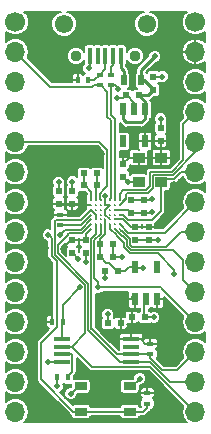
<source format=gbr>
G04 #@! TF.GenerationSoftware,KiCad,Pcbnew,(5.0.0-rc2-dev-252-gb5f1fdd98)*
G04 #@! TF.CreationDate,2018-04-01T12:07:08-07:00*
G04 #@! TF.ProjectId,smolfpga,736D6F6C667067612E6B696361645F70,rev?*
G04 #@! TF.SameCoordinates,Original*
G04 #@! TF.FileFunction,Copper,L1,Top,Signal*
G04 #@! TF.FilePolarity,Positive*
%FSLAX46Y46*%
G04 Gerber Fmt 4.6, Leading zero omitted, Abs format (unit mm)*
G04 Created by KiCad (PCBNEW (5.0.0-rc2-dev-252-gb5f1fdd98)) date 04/01/18 12:07:08*
%MOMM*%
%LPD*%
G01*
G04 APERTURE LIST*
%ADD10R,1.000000X0.900000*%
%ADD11R,0.500000X0.600000*%
%ADD12R,0.600000X0.500000*%
%ADD13R,0.500000X0.900000*%
%ADD14R,1.050000X0.650000*%
%ADD15O,1.700000X1.700000*%
%ADD16C,1.700000*%
%ADD17R,0.400000X0.600000*%
%ADD18R,0.600000X0.400000*%
%ADD19R,0.600000X1.050000*%
%ADD20R,1.450000X0.450000*%
%ADD21R,0.400000X1.350000*%
%ADD22C,0.950000*%
%ADD23C,1.550000*%
%ADD24C,0.170000*%
%ADD25C,0.508000*%
%ADD26C,0.127000*%
%ADD27C,0.254000*%
%ADD28C,0.203200*%
%ADD29C,0.200000*%
G04 APERTURE END LIST*
D10*
X136164246Y-97408614D03*
X138064246Y-97408614D03*
X138064246Y-95308614D03*
X136164246Y-95308614D03*
D11*
X134874000Y-95843000D03*
X134874000Y-96943000D03*
D12*
X132630000Y-96647000D03*
X131530000Y-96647000D03*
X131530000Y-97663000D03*
X132630000Y-97663000D03*
D11*
X130556000Y-99229000D03*
X130556000Y-98129000D03*
X129413000Y-98129000D03*
X129413000Y-99229000D03*
X131699000Y-102320000D03*
X131699000Y-103420000D03*
X130556000Y-103420000D03*
X130556000Y-102320000D03*
D12*
X134027000Y-103759000D03*
X132927000Y-103759000D03*
D11*
X136652000Y-99991000D03*
X136652000Y-98891000D03*
X135509000Y-98891000D03*
X135509000Y-99991000D03*
D12*
X132927000Y-102616000D03*
X134027000Y-102616000D03*
X133308000Y-104902000D03*
X134408000Y-104902000D03*
X135594000Y-108839000D03*
X136694000Y-108839000D03*
D11*
X137033000Y-102277000D03*
X137033000Y-101177000D03*
X135890000Y-101177000D03*
X135890000Y-102277000D03*
X138049000Y-92795000D03*
X138049000Y-93895000D03*
X137414000Y-88477000D03*
X137414000Y-89577000D03*
D12*
X133562000Y-109347000D03*
X134662000Y-109347000D03*
X136186000Y-90043000D03*
X135086000Y-90043000D03*
D13*
X134886000Y-88773000D03*
X136386000Y-88773000D03*
D14*
X131275000Y-114669000D03*
X135425000Y-114669000D03*
X135425000Y-116819000D03*
X131275000Y-116819000D03*
D15*
X140970000Y-116840000D03*
X140970000Y-114300000D03*
X140970000Y-111760000D03*
X140970000Y-109220000D03*
X140970000Y-106680000D03*
X140970000Y-104140000D03*
X140970000Y-101600000D03*
X140970000Y-99060000D03*
X140970000Y-96520000D03*
X140970000Y-93980000D03*
X140970000Y-91440000D03*
X140970000Y-88900000D03*
X140970000Y-86360000D03*
D16*
X140970000Y-83820000D03*
X125730000Y-83820000D03*
D15*
X125730000Y-86360000D03*
X125730000Y-88900000D03*
X125730000Y-91440000D03*
X125730000Y-93980000D03*
X125730000Y-96520000D03*
X125730000Y-99060000D03*
X125730000Y-101600000D03*
X125730000Y-104140000D03*
X125730000Y-106680000D03*
X125730000Y-109220000D03*
X125730000Y-111760000D03*
X125730000Y-114300000D03*
X125730000Y-116840000D03*
D17*
X131895000Y-88773000D03*
X130995000Y-88773000D03*
D18*
X132850000Y-88294000D03*
X132850000Y-89194000D03*
X133850000Y-88294000D03*
X133850000Y-89194000D03*
X129540000Y-100134000D03*
X129540000Y-101034000D03*
X136906000Y-116147000D03*
X136906000Y-115247000D03*
X137160000Y-111956000D03*
X137160000Y-111056000D03*
D17*
X128836000Y-109220000D03*
X129736000Y-109220000D03*
X130175000Y-113919000D03*
X129275000Y-113919000D03*
D19*
X135829000Y-104568000D03*
X137729000Y-104568000D03*
X137729000Y-107268000D03*
X136779000Y-107268000D03*
X135829000Y-107268000D03*
X136713000Y-91233000D03*
X135763000Y-91233000D03*
X134813000Y-91233000D03*
X134813000Y-93933000D03*
X136713000Y-93933000D03*
D20*
X129638000Y-110658000D03*
X129638000Y-111308000D03*
X129638000Y-111958000D03*
X129638000Y-112608000D03*
X135538000Y-112608000D03*
X135538000Y-111958000D03*
X135538000Y-111308000D03*
X135538000Y-110658000D03*
D21*
X134650000Y-86694000D03*
X134000000Y-86694000D03*
X133350000Y-86694000D03*
X132700000Y-86694000D03*
X132050000Y-86694000D03*
D22*
X135850000Y-86694000D03*
X130850000Y-86694000D03*
D23*
X136850000Y-83994000D03*
X129850000Y-83994000D03*
D24*
X132143887Y-101338155D03*
X132543887Y-101338155D03*
X132943887Y-101338155D03*
X133343887Y-101338155D03*
X133743887Y-101338155D03*
X134143887Y-101338155D03*
X134543887Y-101338155D03*
X132143887Y-100938155D03*
X132543887Y-100938155D03*
X132943887Y-100938155D03*
X133343887Y-100938155D03*
X133743887Y-100938155D03*
X134143887Y-100938155D03*
X134543887Y-100938155D03*
X132143887Y-100538155D03*
X132543887Y-100538155D03*
X132943887Y-100538155D03*
X133343887Y-100538155D03*
X133743887Y-100538155D03*
X134143887Y-100538155D03*
X134543887Y-100538155D03*
X132143887Y-100138155D03*
X132543887Y-100138155D03*
X132943887Y-100138155D03*
X133343887Y-100138155D03*
X133743887Y-100138155D03*
X134143887Y-100138155D03*
X134543887Y-100138155D03*
X132143887Y-99738155D03*
X132543887Y-99738155D03*
X132943887Y-99738155D03*
X133343887Y-99738155D03*
X133743887Y-99738155D03*
X134143887Y-99738155D03*
X134543887Y-99738155D03*
X132143887Y-99338155D03*
X132543887Y-99338155D03*
X132943887Y-99338155D03*
X133343887Y-99338155D03*
X133743887Y-99338155D03*
X134143887Y-99338155D03*
X134543887Y-99338155D03*
X132143887Y-98938155D03*
X132543887Y-98938155D03*
X132943887Y-98938155D03*
X133343887Y-98938155D03*
X133743887Y-98938155D03*
X134143887Y-98938155D03*
X134543887Y-98938155D03*
D25*
X128524000Y-101854000D03*
X129540000Y-101854000D03*
X133350000Y-105537000D03*
X131953000Y-87757000D03*
X133331077Y-98552000D03*
X128524000Y-112649000D03*
X135289614Y-97408614D03*
X134366000Y-90297000D03*
X134747000Y-103759000D03*
X137795000Y-102266000D03*
X137456000Y-108828000D03*
X133551000Y-108585000D03*
X137302454Y-98844400D03*
X131022000Y-103877200D03*
X136271000Y-114022000D03*
X130429000Y-115316000D03*
X138038000Y-92033000D03*
X138176000Y-88466000D03*
X130545000Y-97367000D03*
X129402000Y-97409000D03*
X131710000Y-104182000D03*
X129286000Y-114681000D03*
X138176000Y-112395000D03*
X137033000Y-113538000D03*
X139192000Y-97536000D03*
X139192000Y-95567480D03*
X128350989Y-102997000D03*
X129748009Y-103005240D03*
X133077067Y-94996000D03*
X134874000Y-94996000D03*
X137287000Y-99949000D03*
X136525000Y-104648000D03*
X137541000Y-86741000D03*
X139192000Y-105156000D03*
X134375220Y-89535000D03*
X131191000Y-106299000D03*
X132715000Y-106299000D03*
D26*
X135425000Y-116819000D02*
X136561000Y-116819000D01*
X131275000Y-116819000D02*
X136561000Y-116819000D01*
X127889000Y-111009902D02*
X127889000Y-114085000D01*
X129226501Y-109672401D02*
X127889000Y-111009902D01*
X129226501Y-104061075D02*
X129226501Y-109672401D01*
X128795490Y-103630064D02*
X129226501Y-104061075D01*
X128795489Y-102125489D02*
X128795490Y-103630064D01*
X128524000Y-101854000D02*
X128795489Y-102125489D01*
X127889000Y-114085000D02*
X130623000Y-116819000D01*
X130623000Y-116819000D02*
X131275000Y-116819000D01*
X129969499Y-101424501D02*
X129540000Y-101854000D01*
X130199373Y-101424501D02*
X129969499Y-101424501D01*
X133308000Y-105495000D02*
X133350000Y-105537000D01*
X133308000Y-104902000D02*
X133308000Y-105495000D01*
X134366000Y-90297000D02*
X134832000Y-90297000D01*
X134832000Y-90297000D02*
X135086000Y-90043000D01*
X132050000Y-87660000D02*
X131953000Y-87757000D01*
X132050000Y-86694000D02*
X132050000Y-87660000D01*
X133343887Y-98564810D02*
X133331077Y-98552000D01*
X133343887Y-98938155D02*
X133343887Y-98564810D01*
X128565000Y-112608000D02*
X128524000Y-112649000D01*
X129638000Y-112608000D02*
X128565000Y-112608000D01*
X135509000Y-98891000D02*
X136652000Y-98891000D01*
X133343887Y-99338155D02*
X133343887Y-98938155D01*
X133743887Y-99338155D02*
X133343887Y-99338155D01*
X134027000Y-103759000D02*
X134747000Y-103759000D01*
X134027000Y-102616000D02*
X134027000Y-103759000D01*
X135890000Y-102277000D02*
X137033000Y-102277000D01*
X137033000Y-102277000D02*
X137784000Y-102277000D01*
X136640107Y-107358209D02*
X136640107Y-108785107D01*
X136640107Y-108785107D02*
X136694000Y-108839000D01*
X136694000Y-108839000D02*
X137445000Y-108839000D01*
X133562000Y-109347000D02*
X133562000Y-108596000D01*
X136652000Y-98891000D02*
X137255854Y-98891000D01*
X135086000Y-90043000D02*
X135136000Y-90043000D01*
X135136000Y-90043000D02*
X135763000Y-90670000D01*
X135763000Y-90670000D02*
X135763000Y-91233000D01*
X130564800Y-103420000D02*
X131022000Y-103877200D01*
X135624000Y-114669000D02*
X136271000Y-114022000D01*
X135425000Y-114669000D02*
X135624000Y-114669000D01*
X131076000Y-114669000D02*
X130429000Y-115316000D01*
X131275000Y-114669000D02*
X131076000Y-114669000D01*
X138049000Y-92795000D02*
X138049000Y-92044000D01*
X137414000Y-88477000D02*
X138165000Y-88477000D01*
X130556000Y-98129000D02*
X130556000Y-97378000D01*
X129413000Y-98171000D02*
X129413000Y-97420000D01*
X131699000Y-103420000D02*
X131699000Y-104171000D01*
X131257541Y-101424501D02*
X130199373Y-101424501D01*
X132143887Y-100538155D02*
X131257541Y-101424501D01*
X136561000Y-116819000D02*
X136906000Y-116474000D01*
X136906000Y-116474000D02*
X136906000Y-116147000D01*
X129275000Y-114670000D02*
X129286000Y-114681000D01*
X129275000Y-113919000D02*
X129275000Y-114670000D01*
X136164246Y-97408614D02*
X135289614Y-97408614D01*
X135289614Y-97408614D02*
X134874000Y-96993000D01*
X134874000Y-96993000D02*
X134874000Y-96943000D01*
X136694000Y-107031102D02*
X136640107Y-106977209D01*
X133343887Y-99738155D02*
X133743887Y-99338155D01*
X133343887Y-100138155D02*
X133343887Y-99738155D01*
X133743887Y-100538155D02*
X133343887Y-100138155D01*
X136906000Y-113665000D02*
X137033000Y-113538000D01*
X136906000Y-115247000D02*
X136906000Y-113665000D01*
X138933134Y-95308614D02*
X139192000Y-95567480D01*
X138064246Y-95308614D02*
X138933134Y-95308614D01*
X130433249Y-102320000D02*
X129748009Y-103005240D01*
X130556000Y-102320000D02*
X130433249Y-102320000D01*
X134874000Y-95843000D02*
X134874000Y-94996000D01*
X135890000Y-101177000D02*
X137033000Y-101177000D01*
X135690107Y-107358209D02*
X135690107Y-107133209D01*
X137590107Y-107133209D02*
X137590107Y-107358209D01*
X136652000Y-101177000D02*
X135509000Y-101177000D01*
X134543887Y-100538155D02*
X134870155Y-100538155D01*
X134870155Y-100538155D02*
X135509000Y-101177000D01*
X131699000Y-102320000D02*
X131699000Y-101783042D01*
X131699000Y-101783042D02*
X132143887Y-101338155D01*
X132143887Y-99338155D02*
X130700845Y-99338155D01*
X130700845Y-99338155D02*
X130683000Y-99356000D01*
X129540000Y-99356000D02*
X130683000Y-99356000D01*
X137160000Y-111056000D02*
X136733000Y-111056000D01*
X136733000Y-111056000D02*
X136335000Y-110658000D01*
X136335000Y-110658000D02*
X135538000Y-110658000D01*
X134874000Y-95843000D02*
X134874000Y-95793000D01*
X134874000Y-95793000D02*
X135358386Y-95308614D01*
X135358386Y-95308614D02*
X135537246Y-95308614D01*
X135537246Y-95308614D02*
X136164246Y-95308614D01*
X131699000Y-102320000D02*
X130556000Y-102320000D01*
X135594000Y-107073316D02*
X135690107Y-106977209D01*
X134543887Y-100538155D02*
X134828155Y-100538155D01*
X134143887Y-100538155D02*
X134543887Y-100538155D01*
X135001000Y-104902000D02*
X135335000Y-104568000D01*
X135335000Y-104568000D02*
X135829000Y-104568000D01*
X134408000Y-104902000D02*
X135001000Y-104902000D01*
X132927000Y-103759000D02*
X132977000Y-103759000D01*
X132977000Y-103759000D02*
X133417501Y-104199501D01*
X133417501Y-104199501D02*
X133655501Y-104199501D01*
X133655501Y-104199501D02*
X134358000Y-104902000D01*
X134358000Y-104902000D02*
X134408000Y-104902000D01*
X133343887Y-100938155D02*
X133343887Y-101338155D01*
X137245000Y-99991000D02*
X137287000Y-99949000D01*
X136652000Y-99991000D02*
X137245000Y-99991000D01*
X133350000Y-101816000D02*
X133350000Y-101473000D01*
X133350000Y-101473000D02*
X133343887Y-101466887D01*
X133343887Y-101466887D02*
X133343887Y-101458363D01*
X132927000Y-102616000D02*
X132927000Y-102239000D01*
X132927000Y-102239000D02*
X133350000Y-101816000D01*
X132927000Y-103759000D02*
X132927000Y-102616000D01*
X134662000Y-104902000D02*
X134612000Y-104902000D01*
X136514791Y-104658209D02*
X136525000Y-104648000D01*
X135690107Y-104658209D02*
X136514791Y-104658209D01*
X133343887Y-101562561D02*
X133343887Y-101458363D01*
X133343887Y-101458363D02*
X133343887Y-101338155D01*
X136652000Y-99991000D02*
X135509000Y-99991000D01*
X134543887Y-99738155D02*
X135256155Y-99738155D01*
X135256155Y-99738155D02*
X135509000Y-99991000D01*
X134143887Y-99738155D02*
X134543887Y-99738155D01*
X133343887Y-100538155D02*
X133343887Y-101338155D01*
D27*
X137414000Y-89535000D02*
X136652000Y-88773000D01*
X137414000Y-89577000D02*
X137414000Y-89535000D01*
X136652000Y-88773000D02*
X136386000Y-88773000D01*
X136186000Y-90043000D02*
X136948000Y-90043000D01*
X136948000Y-90043000D02*
X137414000Y-89577000D01*
X136386000Y-87896000D02*
X137541000Y-86741000D01*
X136386000Y-88646000D02*
X136386000Y-87896000D01*
X135130000Y-92329000D02*
X136396000Y-92329000D01*
X136396000Y-92329000D02*
X136713000Y-92012000D01*
X136713000Y-92012000D02*
X136713000Y-91233000D01*
X134813000Y-91233000D02*
X134813000Y-92012000D01*
X134813000Y-92012000D02*
X135130000Y-92329000D01*
X136713000Y-91233000D02*
X136713000Y-90570000D01*
X136713000Y-90570000D02*
X136186000Y-90043000D01*
X136186000Y-90043000D02*
X136694000Y-90043000D01*
X136386000Y-88646000D02*
X136483000Y-88646000D01*
D26*
X131530000Y-96647000D02*
X131530000Y-97663000D01*
X132143887Y-98938155D02*
X132143887Y-98226887D01*
X132143887Y-98226887D02*
X131580000Y-97663000D01*
X131580000Y-97663000D02*
X131530000Y-97663000D01*
X132143887Y-98938155D02*
X132143887Y-98403887D01*
X132143887Y-100138155D02*
X131248042Y-101034000D01*
X131248042Y-101034000D02*
X129540000Y-101034000D01*
X137097224Y-112608000D02*
X138789224Y-114300000D01*
X135538000Y-112608000D02*
X137097224Y-112608000D01*
X138789224Y-114300000D02*
X140970000Y-114300000D01*
X134600776Y-112608000D02*
X135538000Y-112608000D01*
X132143520Y-110150744D02*
X134600776Y-112608000D01*
X132121744Y-110150744D02*
X132143520Y-110150744D01*
X131889511Y-109918511D02*
X132121744Y-110150744D01*
X131889510Y-106005636D02*
X131889511Y-109918511D01*
X129303509Y-103419635D02*
X131889510Y-106005636D01*
X130256098Y-101727000D02*
X130175000Y-101808098D01*
X130175000Y-101876862D02*
X129303509Y-102748353D01*
X130175000Y-101808098D02*
X130175000Y-101876862D01*
X131355042Y-101727000D02*
X130256098Y-101727000D01*
X132143887Y-100938155D02*
X131355042Y-101727000D01*
X129303509Y-102748353D02*
X129303509Y-103419635D01*
X132630000Y-96647000D02*
X132630000Y-97663000D01*
X132543887Y-98938155D02*
X132543887Y-97749113D01*
X132543887Y-97749113D02*
X132630000Y-97663000D01*
X132543887Y-98938155D02*
X132543887Y-98374301D01*
X129147098Y-100584000D02*
X131298042Y-100584000D01*
X131298042Y-100584000D02*
X131425042Y-100457000D01*
X129049499Y-100681599D02*
X129147098Y-100584000D01*
X129049499Y-103524849D02*
X129049499Y-100681599D01*
X131635501Y-106110851D02*
X129049499Y-103524849D01*
X131635501Y-110162499D02*
X131635501Y-106110851D01*
X131425042Y-100457000D02*
X132143887Y-99738155D01*
X130490000Y-111308000D02*
X131635501Y-110162499D01*
X137160000Y-113030000D02*
X132212000Y-113030000D01*
X132212000Y-113030000D02*
X130490000Y-111308000D01*
X140970000Y-116840000D02*
X137160000Y-113030000D01*
X130490000Y-111308000D02*
X129638000Y-111308000D01*
X132543887Y-100138155D02*
X132143887Y-99738155D01*
X132543887Y-100538155D02*
X132543887Y-100138155D01*
X138161000Y-113284000D02*
X139446000Y-113284000D01*
X139446000Y-113284000D02*
X140970000Y-111760000D01*
X137160000Y-111956000D02*
X137160000Y-112283000D01*
X137160000Y-112283000D02*
X138161000Y-113284000D01*
X132154501Y-102362000D02*
X132154501Y-109802501D01*
X132543887Y-101338155D02*
X132543887Y-101792889D01*
X132543887Y-101792889D02*
X132154501Y-102182275D01*
X132154501Y-102182275D02*
X132154501Y-102362000D01*
X134310000Y-111958000D02*
X132207000Y-109855000D01*
X132154501Y-109802501D02*
X132207000Y-109855000D01*
X135538000Y-111958000D02*
X134310000Y-111958000D01*
X137160000Y-111956000D02*
X135540000Y-111956000D01*
X135540000Y-111956000D02*
X135538000Y-111958000D01*
X132543887Y-100938155D02*
X132543887Y-101338155D01*
X125730000Y-93980000D02*
X132842000Y-93980000D01*
X132842000Y-93980000D02*
X133521567Y-94659567D01*
X133521567Y-94659567D02*
X133521567Y-97703648D01*
X133521567Y-97703648D02*
X133223000Y-98002215D01*
X133223000Y-98002215D02*
X132858888Y-98366327D01*
X132858888Y-98853156D02*
X132858888Y-98366327D01*
X132943887Y-98938155D02*
X132858888Y-98853156D01*
X132858888Y-98366327D02*
X132886576Y-98338639D01*
X132715000Y-106299000D02*
X132715000Y-105843489D01*
X132715000Y-105843489D02*
X132408511Y-105537000D01*
X132408511Y-105537000D02*
X132408511Y-102287489D01*
X132408511Y-102287489D02*
X132943887Y-101752113D01*
X132943887Y-101752113D02*
X132943887Y-101338155D01*
X138176000Y-106426000D02*
X140970000Y-109220000D01*
X132715000Y-106299000D02*
X138049000Y-106299000D01*
X138049000Y-106299000D02*
X138176000Y-106426000D01*
X129736000Y-109220000D02*
X129736000Y-107754000D01*
X129736000Y-107754000D02*
X131191000Y-106299000D01*
X129638000Y-110658000D02*
X129638000Y-109318000D01*
X129638000Y-109318000D02*
X129736000Y-109220000D01*
X136398000Y-103378020D02*
X135425572Y-103378020D01*
X139192000Y-105156000D02*
X139192000Y-104796790D01*
X139192000Y-104796790D02*
X137773230Y-103378020D01*
X137773230Y-103378020D02*
X136398000Y-103378020D01*
X134292478Y-101907478D02*
X134292478Y-101886746D01*
X134941481Y-102556481D02*
X134292478Y-101907478D01*
X134941481Y-102893929D02*
X134941481Y-102556481D01*
X135425572Y-103378020D02*
X134941481Y-102893929D01*
X134292478Y-101886746D02*
X133743887Y-101338155D01*
D28*
X133850000Y-89194000D02*
X134148153Y-89194000D01*
X134148153Y-89194000D02*
X134375220Y-89421067D01*
X133850000Y-89194000D02*
X133850000Y-91711729D01*
X133850000Y-91711729D02*
X134143887Y-92005616D01*
D26*
X140970000Y-106680000D02*
X139929499Y-105639499D01*
X139929499Y-105639499D02*
X139929499Y-103988499D01*
X139929499Y-103988499D02*
X139065010Y-103124010D01*
X139065010Y-103124010D02*
X137414010Y-103124010D01*
X137414010Y-103124010D02*
X137414000Y-103124000D01*
X137414000Y-103124000D02*
X135530776Y-103124000D01*
X135195489Y-102308205D02*
X135195490Y-102788714D01*
X134853053Y-101965769D02*
X135195489Y-102308205D01*
X135195490Y-102788714D02*
X135530785Y-103124009D01*
X134771501Y-101965769D02*
X134853053Y-101965769D01*
X137119735Y-97746027D02*
X137119735Y-96541225D01*
X136816647Y-98049115D02*
X137119735Y-97746027D01*
X134879115Y-98049115D02*
X136816647Y-98049115D01*
X134543887Y-98938155D02*
X134543887Y-98374113D01*
X137119735Y-96541225D02*
X137146857Y-96514103D01*
X134874000Y-98044000D02*
X134879115Y-98049115D01*
X134543887Y-98374113D02*
X134874000Y-98044000D01*
X137146857Y-96514103D02*
X138965673Y-96514103D01*
X138965673Y-96514103D02*
X139929499Y-95550277D01*
X139929499Y-92480501D02*
X140970000Y-91440000D01*
X139929499Y-95550277D02*
X139929499Y-92480501D01*
X137373745Y-97851241D02*
X137373745Y-96806213D01*
X136921862Y-98303124D02*
X137373745Y-97851241D01*
X135203973Y-98303125D02*
X136921862Y-98303124D01*
X134543887Y-99338155D02*
X135068499Y-98813543D01*
X135068499Y-98438599D02*
X135203973Y-98303125D01*
X135068499Y-98813543D02*
X135068499Y-98438599D01*
X137373745Y-96806213D02*
X137411845Y-96768113D01*
X140970000Y-94869000D02*
X140970000Y-93980000D01*
X137411845Y-96768113D02*
X139070887Y-96768113D01*
X139070887Y-96768113D02*
X140970000Y-94869000D01*
X138064246Y-97408614D02*
X138381361Y-97091499D01*
X138381361Y-97091499D02*
X139196420Y-97091499D01*
X139196420Y-97091499D02*
X139767919Y-96520000D01*
X139767919Y-96520000D02*
X140970000Y-96520000D01*
X138064246Y-97408614D02*
X138114246Y-97408614D01*
X134543887Y-100138155D02*
X134829379Y-100138155D01*
X134829379Y-100138155D02*
X135275224Y-100584000D01*
X135275224Y-100584000D02*
X137309862Y-100584000D01*
X137309862Y-100584000D02*
X138064246Y-99829616D01*
X138064246Y-99829616D02*
X138064246Y-99471656D01*
X138064246Y-99471656D02*
X138064246Y-97408614D01*
D27*
X134886000Y-88773000D02*
X134886000Y-87942000D01*
X134886000Y-87942000D02*
X134650000Y-87706000D01*
D28*
X133519790Y-89763790D02*
X132950000Y-89194000D01*
X133519790Y-91848506D02*
X133519790Y-89763790D01*
X133813677Y-92142392D02*
X133519790Y-91848506D01*
X132950000Y-89194000D02*
X132850000Y-89194000D01*
X133813677Y-98748157D02*
X133813677Y-92142392D01*
X133743887Y-98938155D02*
X133743887Y-98817947D01*
X133743887Y-98817947D02*
X133813677Y-98748157D01*
X132850000Y-89194000D02*
X132346800Y-89194000D01*
X132346800Y-89194000D02*
X132239199Y-89301601D01*
X132239199Y-89301601D02*
X128671601Y-89301601D01*
X128671601Y-89301601D02*
X126579999Y-87209999D01*
X126579999Y-87209999D02*
X125730000Y-86360000D01*
X132850000Y-89194000D02*
X133009000Y-89194000D01*
D26*
X132943887Y-101338155D02*
X132943887Y-101603337D01*
X130641000Y-106849000D02*
X131191000Y-106299000D01*
X128836000Y-109220000D02*
X128836000Y-109320000D01*
X129638000Y-110122000D02*
X129638000Y-110658000D01*
X128836000Y-109120000D02*
X128836000Y-109220000D01*
X132943887Y-100938155D02*
X132943887Y-101338155D01*
D28*
X133850000Y-89194000D02*
X133750000Y-89194000D01*
D26*
X133743887Y-100938155D02*
X133743887Y-101338155D01*
D28*
X134143887Y-98938155D02*
X134143887Y-92005616D01*
D26*
X134143887Y-101338155D02*
X134771501Y-101965769D01*
X135273233Y-101667501D02*
X138362499Y-101667501D01*
X134543887Y-100938155D02*
X135273233Y-101667501D01*
X138362499Y-101667501D02*
X140970000Y-99060000D01*
X135636000Y-102870000D02*
X138497919Y-102870000D01*
X138497919Y-102870000D02*
X139767919Y-101600000D01*
X139767919Y-101600000D02*
X140970000Y-101600000D01*
X135636000Y-102870000D02*
X138430000Y-102870000D01*
X134733254Y-101486746D02*
X135449499Y-102202991D01*
X135449499Y-102202991D02*
X135449499Y-102683499D01*
X135449499Y-102683499D02*
X135636000Y-102870000D01*
X134692478Y-101486746D02*
X134733254Y-101486746D01*
X134543887Y-101338155D02*
X134692478Y-101486746D01*
X134543887Y-99338155D02*
X134551629Y-99338155D01*
X134551629Y-99338155D02*
X135068499Y-98821285D01*
X134543887Y-99338155D02*
X135028043Y-98853999D01*
X138064246Y-97408614D02*
X138064246Y-99163802D01*
D28*
X131895000Y-88773000D02*
X132371000Y-88773000D01*
X132371000Y-88773000D02*
X132850000Y-88294000D01*
X133350000Y-86694000D02*
X133350000Y-87794000D01*
X133350000Y-87794000D02*
X132850000Y-88294000D01*
X134000000Y-86694000D02*
X134000000Y-87503000D01*
X133850000Y-88294000D02*
X133850000Y-87653000D01*
X133850000Y-87653000D02*
X134000000Y-87503000D01*
D26*
X130175000Y-113919000D02*
X130175000Y-113819000D01*
X130175000Y-113819000D02*
X130553501Y-113440499D01*
X130553501Y-113440499D02*
X130553501Y-112021501D01*
X130553501Y-112021501D02*
X130490000Y-111958000D01*
X130490000Y-111958000D02*
X129638000Y-111958000D01*
D27*
X134886000Y-88646000D02*
X134886000Y-87942000D01*
X134650000Y-87706000D02*
X134650000Y-86694000D01*
D29*
G36*
X133158067Y-94810133D02*
X133158068Y-96198342D01*
X133146288Y-96180712D01*
X133047054Y-96114407D01*
X132930000Y-96091123D01*
X132330000Y-96091123D01*
X132212946Y-96114407D01*
X132113712Y-96180712D01*
X132080000Y-96231166D01*
X132046288Y-96180712D01*
X131947054Y-96114407D01*
X131830000Y-96091123D01*
X131230000Y-96091123D01*
X131112946Y-96114407D01*
X131013712Y-96180712D01*
X130947407Y-96279946D01*
X130924123Y-96397000D01*
X130924123Y-96897000D01*
X130940424Y-96978949D01*
X130858816Y-96897341D01*
X130655198Y-96813000D01*
X130434802Y-96813000D01*
X130231184Y-96897341D01*
X130075341Y-97053184D01*
X129991000Y-97256802D01*
X129991000Y-97477198D01*
X130063426Y-97652052D01*
X130023407Y-97711946D01*
X130000123Y-97829000D01*
X130000123Y-98429000D01*
X130023407Y-98546054D01*
X130089712Y-98645288D01*
X130135113Y-98675623D01*
X130051672Y-98759063D01*
X130006000Y-98869326D01*
X130006000Y-99149000D01*
X130081000Y-99224000D01*
X130551000Y-99224000D01*
X130551000Y-99204000D01*
X130561000Y-99204000D01*
X130561000Y-99224000D01*
X131031000Y-99224000D01*
X131106000Y-99149000D01*
X131106000Y-98869326D01*
X131060328Y-98759063D01*
X130976887Y-98675623D01*
X131022288Y-98645288D01*
X131088593Y-98546054D01*
X131111877Y-98429000D01*
X131111877Y-98194879D01*
X131112946Y-98195593D01*
X131230000Y-98218877D01*
X131621811Y-98218877D01*
X131753528Y-98350594D01*
X131727519Y-98355767D01*
X131695076Y-98377444D01*
X131673399Y-98409887D01*
X131665787Y-98448155D01*
X131665787Y-99702189D01*
X131193324Y-100174653D01*
X131147477Y-100220500D01*
X130140000Y-100220500D01*
X130140000Y-100214000D01*
X130065000Y-100139000D01*
X129545000Y-100139000D01*
X129545000Y-100159000D01*
X129535000Y-100159000D01*
X129535000Y-100139000D01*
X129015000Y-100139000D01*
X128940000Y-100214000D01*
X128940000Y-100285201D01*
X128885029Y-100321931D01*
X128864746Y-100352287D01*
X128817784Y-100399249D01*
X128787431Y-100419530D01*
X128731032Y-100503937D01*
X128707090Y-100539769D01*
X128678878Y-100681599D01*
X128686000Y-100717403D01*
X128686000Y-101321457D01*
X128634198Y-101300000D01*
X128413802Y-101300000D01*
X128210184Y-101384341D01*
X128054341Y-101540184D01*
X127970000Y-101743802D01*
X127970000Y-101964198D01*
X128054341Y-102167816D01*
X128210184Y-102323659D01*
X128413802Y-102408000D01*
X128431989Y-102408000D01*
X128431991Y-103594260D01*
X128424869Y-103630064D01*
X128453081Y-103771894D01*
X128471121Y-103798892D01*
X128533422Y-103892133D01*
X128563775Y-103912414D01*
X128863001Y-104211641D01*
X128863002Y-108672998D01*
X128841000Y-108695000D01*
X128841000Y-109215000D01*
X128861000Y-109215000D01*
X128861000Y-109225000D01*
X128841000Y-109225000D01*
X128841000Y-109245000D01*
X128831000Y-109245000D01*
X128831000Y-109225000D01*
X128411000Y-109225000D01*
X128336000Y-109300000D01*
X128336000Y-109579673D01*
X128381672Y-109689936D01*
X128466063Y-109774328D01*
X128568202Y-109816635D01*
X127657285Y-110727552D01*
X127626931Y-110747834D01*
X127547500Y-110866712D01*
X127546591Y-110868072D01*
X127518379Y-111009902D01*
X127525500Y-111045701D01*
X127525501Y-114049196D01*
X127518379Y-114085000D01*
X127546591Y-114226830D01*
X127546592Y-114226831D01*
X127626932Y-114347069D01*
X127657285Y-114367350D01*
X130340650Y-117050716D01*
X130360931Y-117081069D01*
X130444123Y-117136656D01*
X130444123Y-117144000D01*
X130467407Y-117261054D01*
X130533712Y-117360288D01*
X130632946Y-117426593D01*
X130750000Y-117449877D01*
X131800000Y-117449877D01*
X131917054Y-117426593D01*
X132016288Y-117360288D01*
X132082593Y-117261054D01*
X132098219Y-117182500D01*
X134601781Y-117182500D01*
X134617407Y-117261054D01*
X134683712Y-117360288D01*
X134782946Y-117426593D01*
X134900000Y-117449877D01*
X135950000Y-117449877D01*
X136067054Y-117426593D01*
X136166288Y-117360288D01*
X136232593Y-117261054D01*
X136248219Y-117182500D01*
X136525201Y-117182500D01*
X136561000Y-117189621D01*
X136596799Y-117182500D01*
X136596800Y-117182500D01*
X136702831Y-117161409D01*
X136823069Y-117081069D01*
X136843352Y-117050713D01*
X137137717Y-116756349D01*
X137168068Y-116736069D01*
X137226362Y-116648827D01*
X137323054Y-116629593D01*
X137422288Y-116563288D01*
X137488593Y-116464054D01*
X137511877Y-116347000D01*
X137511877Y-115947000D01*
X137488593Y-115829946D01*
X137422288Y-115730712D01*
X137376887Y-115700377D01*
X137460328Y-115616937D01*
X137506000Y-115506674D01*
X137506000Y-115327000D01*
X137431000Y-115252000D01*
X136911000Y-115252000D01*
X136911000Y-115272000D01*
X136901000Y-115272000D01*
X136901000Y-115252000D01*
X136381000Y-115252000D01*
X136306000Y-115327000D01*
X136306000Y-115506674D01*
X136351672Y-115616937D01*
X136435113Y-115700377D01*
X136389712Y-115730712D01*
X136323407Y-115829946D01*
X136300123Y-115947000D01*
X136300123Y-116347000D01*
X136321705Y-116455500D01*
X136248219Y-116455500D01*
X136232593Y-116376946D01*
X136166288Y-116277712D01*
X136067054Y-116211407D01*
X135950000Y-116188123D01*
X134900000Y-116188123D01*
X134782946Y-116211407D01*
X134683712Y-116277712D01*
X134617407Y-116376946D01*
X134601781Y-116455500D01*
X132098219Y-116455500D01*
X132082593Y-116376946D01*
X132016288Y-116277712D01*
X131917054Y-116211407D01*
X131800000Y-116188123D01*
X130750000Y-116188123D01*
X130632946Y-116211407D01*
X130570918Y-116252852D01*
X129507120Y-115189055D01*
X129599816Y-115150659D01*
X129755659Y-114994816D01*
X129840000Y-114791198D01*
X129840000Y-114570802D01*
X129793495Y-114458529D01*
X129857946Y-114501593D01*
X129975000Y-114524877D01*
X130375000Y-114524877D01*
X130444123Y-114511127D01*
X130444123Y-114762000D01*
X130318802Y-114762000D01*
X130115184Y-114846341D01*
X129959341Y-115002184D01*
X129875000Y-115205802D01*
X129875000Y-115426198D01*
X129959341Y-115629816D01*
X130115184Y-115785659D01*
X130318802Y-115870000D01*
X130539198Y-115870000D01*
X130742816Y-115785659D01*
X130898659Y-115629816D01*
X130983000Y-115426198D01*
X130983000Y-115299877D01*
X131800000Y-115299877D01*
X131917054Y-115276593D01*
X132016288Y-115210288D01*
X132082593Y-115111054D01*
X132105877Y-114994000D01*
X132105877Y-114344000D01*
X134594123Y-114344000D01*
X134594123Y-114994000D01*
X134617407Y-115111054D01*
X134683712Y-115210288D01*
X134782946Y-115276593D01*
X134900000Y-115299877D01*
X135950000Y-115299877D01*
X136067054Y-115276593D01*
X136166288Y-115210288D01*
X136232593Y-115111054D01*
X136255877Y-114994000D01*
X136255877Y-114987326D01*
X136306000Y-114987326D01*
X136306000Y-115167000D01*
X136381000Y-115242000D01*
X136901000Y-115242000D01*
X136901000Y-114822000D01*
X136911000Y-114822000D01*
X136911000Y-115242000D01*
X137431000Y-115242000D01*
X137506000Y-115167000D01*
X137506000Y-114987326D01*
X137460328Y-114877063D01*
X137375936Y-114792672D01*
X137265673Y-114747000D01*
X136986000Y-114747000D01*
X136911000Y-114822000D01*
X136901000Y-114822000D01*
X136826000Y-114747000D01*
X136546327Y-114747000D01*
X136436064Y-114792672D01*
X136351672Y-114877063D01*
X136306000Y-114987326D01*
X136255877Y-114987326D01*
X136255877Y-114576000D01*
X136381198Y-114576000D01*
X136584816Y-114491659D01*
X136740659Y-114335816D01*
X136825000Y-114132198D01*
X136825000Y-113911802D01*
X136740659Y-113708184D01*
X136584816Y-113552341D01*
X136381198Y-113468000D01*
X136160802Y-113468000D01*
X135957184Y-113552341D01*
X135801341Y-113708184D01*
X135717000Y-113911802D01*
X135717000Y-114038123D01*
X134900000Y-114038123D01*
X134782946Y-114061407D01*
X134683712Y-114127712D01*
X134617407Y-114226946D01*
X134594123Y-114344000D01*
X132105877Y-114344000D01*
X132082593Y-114226946D01*
X132016288Y-114127712D01*
X131917054Y-114061407D01*
X131800000Y-114038123D01*
X130750000Y-114038123D01*
X130680877Y-114051873D01*
X130680877Y-113827189D01*
X130785221Y-113722846D01*
X130815569Y-113702568D01*
X130847607Y-113654621D01*
X130895910Y-113582330D01*
X130924122Y-113440500D01*
X130917001Y-113404701D01*
X130917001Y-112249066D01*
X131929650Y-113261716D01*
X131949931Y-113292069D01*
X132070169Y-113372409D01*
X132176200Y-113393500D01*
X132176201Y-113393500D01*
X132212000Y-113400621D01*
X132247799Y-113393500D01*
X137009435Y-113393500D01*
X139934991Y-116319057D01*
X139886724Y-116391293D01*
X139797471Y-116840000D01*
X139886724Y-117288707D01*
X140140897Y-117669103D01*
X140239519Y-117735000D01*
X126460481Y-117735000D01*
X126559103Y-117669103D01*
X126813276Y-117288707D01*
X126902529Y-116840000D01*
X126813276Y-116391293D01*
X126559103Y-116010897D01*
X126178707Y-115756724D01*
X125843261Y-115690000D01*
X125616739Y-115690000D01*
X125281293Y-115756724D01*
X124950000Y-115978087D01*
X124950000Y-115161913D01*
X125281293Y-115383276D01*
X125616739Y-115450000D01*
X125843261Y-115450000D01*
X126178707Y-115383276D01*
X126559103Y-115129103D01*
X126813276Y-114748707D01*
X126902529Y-114300000D01*
X126813276Y-113851293D01*
X126559103Y-113470897D01*
X126178707Y-113216724D01*
X125843261Y-113150000D01*
X125616739Y-113150000D01*
X125281293Y-113216724D01*
X124950000Y-113438087D01*
X124950000Y-112621913D01*
X125281293Y-112843276D01*
X125616739Y-112910000D01*
X125843261Y-112910000D01*
X126178707Y-112843276D01*
X126559103Y-112589103D01*
X126813276Y-112208707D01*
X126902529Y-111760000D01*
X126813276Y-111311293D01*
X126559103Y-110930897D01*
X126178707Y-110676724D01*
X125843261Y-110610000D01*
X125616739Y-110610000D01*
X125281293Y-110676724D01*
X124950000Y-110898087D01*
X124950000Y-110081913D01*
X125281293Y-110303276D01*
X125616739Y-110370000D01*
X125843261Y-110370000D01*
X126178707Y-110303276D01*
X126559103Y-110049103D01*
X126813276Y-109668707D01*
X126902529Y-109220000D01*
X126830986Y-108860327D01*
X128336000Y-108860327D01*
X128336000Y-109140000D01*
X128411000Y-109215000D01*
X128831000Y-109215000D01*
X128831000Y-108695000D01*
X128756000Y-108620000D01*
X128576326Y-108620000D01*
X128466063Y-108665672D01*
X128381672Y-108750064D01*
X128336000Y-108860327D01*
X126830986Y-108860327D01*
X126813276Y-108771293D01*
X126559103Y-108390897D01*
X126178707Y-108136724D01*
X125843261Y-108070000D01*
X125616739Y-108070000D01*
X125281293Y-108136724D01*
X124950000Y-108358087D01*
X124950000Y-107541913D01*
X125281293Y-107763276D01*
X125616739Y-107830000D01*
X125843261Y-107830000D01*
X126178707Y-107763276D01*
X126559103Y-107509103D01*
X126813276Y-107128707D01*
X126902529Y-106680000D01*
X126813276Y-106231293D01*
X126559103Y-105850897D01*
X126178707Y-105596724D01*
X125843261Y-105530000D01*
X125616739Y-105530000D01*
X125281293Y-105596724D01*
X124950000Y-105818087D01*
X124950000Y-105001913D01*
X125281293Y-105223276D01*
X125616739Y-105290000D01*
X125843261Y-105290000D01*
X126178707Y-105223276D01*
X126559103Y-104969103D01*
X126813276Y-104588707D01*
X126902529Y-104140000D01*
X126813276Y-103691293D01*
X126559103Y-103310897D01*
X126178707Y-103056724D01*
X125843261Y-102990000D01*
X125616739Y-102990000D01*
X125281293Y-103056724D01*
X124950000Y-103278087D01*
X124950000Y-102461913D01*
X125281293Y-102683276D01*
X125616739Y-102750000D01*
X125843261Y-102750000D01*
X126178707Y-102683276D01*
X126559103Y-102429103D01*
X126813276Y-102048707D01*
X126902529Y-101600000D01*
X126813276Y-101151293D01*
X126559103Y-100770897D01*
X126178707Y-100516724D01*
X125843261Y-100450000D01*
X125616739Y-100450000D01*
X125281293Y-100516724D01*
X124950000Y-100738087D01*
X124950000Y-99921913D01*
X125281293Y-100143276D01*
X125616739Y-100210000D01*
X125843261Y-100210000D01*
X126178707Y-100143276D01*
X126559103Y-99889103D01*
X126813276Y-99508707D01*
X126853000Y-99309000D01*
X128863000Y-99309000D01*
X128863000Y-99588674D01*
X128908672Y-99698937D01*
X128982194Y-99772459D01*
X128940000Y-99874326D01*
X128940000Y-100054000D01*
X129015000Y-100129000D01*
X129535000Y-100129000D01*
X129535000Y-100109000D01*
X129545000Y-100109000D01*
X129545000Y-100129000D01*
X130065000Y-100129000D01*
X130140000Y-100054000D01*
X130140000Y-99874326D01*
X130094328Y-99764063D01*
X130009936Y-99679672D01*
X129937701Y-99649752D01*
X129963000Y-99588674D01*
X129963000Y-99309000D01*
X130006000Y-99309000D01*
X130006000Y-99588674D01*
X130051672Y-99698937D01*
X130136064Y-99783328D01*
X130246327Y-99829000D01*
X130476000Y-99829000D01*
X130551000Y-99754000D01*
X130551000Y-99234000D01*
X130561000Y-99234000D01*
X130561000Y-99754000D01*
X130636000Y-99829000D01*
X130865673Y-99829000D01*
X130975936Y-99783328D01*
X131060328Y-99698937D01*
X131106000Y-99588674D01*
X131106000Y-99309000D01*
X131031000Y-99234000D01*
X130561000Y-99234000D01*
X130551000Y-99234000D01*
X130081000Y-99234000D01*
X130006000Y-99309000D01*
X129963000Y-99309000D01*
X129888000Y-99234000D01*
X129418000Y-99234000D01*
X129418000Y-99254000D01*
X129408000Y-99254000D01*
X129408000Y-99234000D01*
X128938000Y-99234000D01*
X128863000Y-99309000D01*
X126853000Y-99309000D01*
X126902529Y-99060000D01*
X126813276Y-98611293D01*
X126559103Y-98230897D01*
X126178707Y-97976724D01*
X125843261Y-97910000D01*
X125616739Y-97910000D01*
X125281293Y-97976724D01*
X124950000Y-98198087D01*
X124950000Y-97381913D01*
X125281293Y-97603276D01*
X125616739Y-97670000D01*
X125843261Y-97670000D01*
X126178707Y-97603276D01*
X126559103Y-97349103D01*
X126592713Y-97298802D01*
X128848000Y-97298802D01*
X128848000Y-97519198D01*
X128909687Y-97668125D01*
X128880407Y-97711946D01*
X128857123Y-97829000D01*
X128857123Y-98429000D01*
X128880407Y-98546054D01*
X128946712Y-98645288D01*
X128992113Y-98675623D01*
X128908672Y-98759063D01*
X128863000Y-98869326D01*
X128863000Y-99149000D01*
X128938000Y-99224000D01*
X129408000Y-99224000D01*
X129408000Y-99204000D01*
X129418000Y-99204000D01*
X129418000Y-99224000D01*
X129888000Y-99224000D01*
X129963000Y-99149000D01*
X129963000Y-98869326D01*
X129917328Y-98759063D01*
X129833887Y-98675623D01*
X129879288Y-98645288D01*
X129945593Y-98546054D01*
X129968877Y-98429000D01*
X129968877Y-97829000D01*
X129945593Y-97711946D01*
X129902732Y-97647799D01*
X129956000Y-97519198D01*
X129956000Y-97298802D01*
X129871659Y-97095184D01*
X129715816Y-96939341D01*
X129512198Y-96855000D01*
X129291802Y-96855000D01*
X129088184Y-96939341D01*
X128932341Y-97095184D01*
X128848000Y-97298802D01*
X126592713Y-97298802D01*
X126813276Y-96968707D01*
X126902529Y-96520000D01*
X126813276Y-96071293D01*
X126559103Y-95690897D01*
X126178707Y-95436724D01*
X125843261Y-95370000D01*
X125616739Y-95370000D01*
X125281293Y-95436724D01*
X124950000Y-95658087D01*
X124950000Y-94841913D01*
X125281293Y-95063276D01*
X125616739Y-95130000D01*
X125843261Y-95130000D01*
X126178707Y-95063276D01*
X126559103Y-94809103D01*
X126813276Y-94428707D01*
X126830225Y-94343500D01*
X132691435Y-94343500D01*
X133158067Y-94810133D01*
X133158067Y-94810133D01*
G37*
X133158067Y-94810133D02*
X133158068Y-96198342D01*
X133146288Y-96180712D01*
X133047054Y-96114407D01*
X132930000Y-96091123D01*
X132330000Y-96091123D01*
X132212946Y-96114407D01*
X132113712Y-96180712D01*
X132080000Y-96231166D01*
X132046288Y-96180712D01*
X131947054Y-96114407D01*
X131830000Y-96091123D01*
X131230000Y-96091123D01*
X131112946Y-96114407D01*
X131013712Y-96180712D01*
X130947407Y-96279946D01*
X130924123Y-96397000D01*
X130924123Y-96897000D01*
X130940424Y-96978949D01*
X130858816Y-96897341D01*
X130655198Y-96813000D01*
X130434802Y-96813000D01*
X130231184Y-96897341D01*
X130075341Y-97053184D01*
X129991000Y-97256802D01*
X129991000Y-97477198D01*
X130063426Y-97652052D01*
X130023407Y-97711946D01*
X130000123Y-97829000D01*
X130000123Y-98429000D01*
X130023407Y-98546054D01*
X130089712Y-98645288D01*
X130135113Y-98675623D01*
X130051672Y-98759063D01*
X130006000Y-98869326D01*
X130006000Y-99149000D01*
X130081000Y-99224000D01*
X130551000Y-99224000D01*
X130551000Y-99204000D01*
X130561000Y-99204000D01*
X130561000Y-99224000D01*
X131031000Y-99224000D01*
X131106000Y-99149000D01*
X131106000Y-98869326D01*
X131060328Y-98759063D01*
X130976887Y-98675623D01*
X131022288Y-98645288D01*
X131088593Y-98546054D01*
X131111877Y-98429000D01*
X131111877Y-98194879D01*
X131112946Y-98195593D01*
X131230000Y-98218877D01*
X131621811Y-98218877D01*
X131753528Y-98350594D01*
X131727519Y-98355767D01*
X131695076Y-98377444D01*
X131673399Y-98409887D01*
X131665787Y-98448155D01*
X131665787Y-99702189D01*
X131193324Y-100174653D01*
X131147477Y-100220500D01*
X130140000Y-100220500D01*
X130140000Y-100214000D01*
X130065000Y-100139000D01*
X129545000Y-100139000D01*
X129545000Y-100159000D01*
X129535000Y-100159000D01*
X129535000Y-100139000D01*
X129015000Y-100139000D01*
X128940000Y-100214000D01*
X128940000Y-100285201D01*
X128885029Y-100321931D01*
X128864746Y-100352287D01*
X128817784Y-100399249D01*
X128787431Y-100419530D01*
X128731032Y-100503937D01*
X128707090Y-100539769D01*
X128678878Y-100681599D01*
X128686000Y-100717403D01*
X128686000Y-101321457D01*
X128634198Y-101300000D01*
X128413802Y-101300000D01*
X128210184Y-101384341D01*
X128054341Y-101540184D01*
X127970000Y-101743802D01*
X127970000Y-101964198D01*
X128054341Y-102167816D01*
X128210184Y-102323659D01*
X128413802Y-102408000D01*
X128431989Y-102408000D01*
X128431991Y-103594260D01*
X128424869Y-103630064D01*
X128453081Y-103771894D01*
X128471121Y-103798892D01*
X128533422Y-103892133D01*
X128563775Y-103912414D01*
X128863001Y-104211641D01*
X128863002Y-108672998D01*
X128841000Y-108695000D01*
X128841000Y-109215000D01*
X128861000Y-109215000D01*
X128861000Y-109225000D01*
X128841000Y-109225000D01*
X128841000Y-109245000D01*
X128831000Y-109245000D01*
X128831000Y-109225000D01*
X128411000Y-109225000D01*
X128336000Y-109300000D01*
X128336000Y-109579673D01*
X128381672Y-109689936D01*
X128466063Y-109774328D01*
X128568202Y-109816635D01*
X127657285Y-110727552D01*
X127626931Y-110747834D01*
X127547500Y-110866712D01*
X127546591Y-110868072D01*
X127518379Y-111009902D01*
X127525500Y-111045701D01*
X127525501Y-114049196D01*
X127518379Y-114085000D01*
X127546591Y-114226830D01*
X127546592Y-114226831D01*
X127626932Y-114347069D01*
X127657285Y-114367350D01*
X130340650Y-117050716D01*
X130360931Y-117081069D01*
X130444123Y-117136656D01*
X130444123Y-117144000D01*
X130467407Y-117261054D01*
X130533712Y-117360288D01*
X130632946Y-117426593D01*
X130750000Y-117449877D01*
X131800000Y-117449877D01*
X131917054Y-117426593D01*
X132016288Y-117360288D01*
X132082593Y-117261054D01*
X132098219Y-117182500D01*
X134601781Y-117182500D01*
X134617407Y-117261054D01*
X134683712Y-117360288D01*
X134782946Y-117426593D01*
X134900000Y-117449877D01*
X135950000Y-117449877D01*
X136067054Y-117426593D01*
X136166288Y-117360288D01*
X136232593Y-117261054D01*
X136248219Y-117182500D01*
X136525201Y-117182500D01*
X136561000Y-117189621D01*
X136596799Y-117182500D01*
X136596800Y-117182500D01*
X136702831Y-117161409D01*
X136823069Y-117081069D01*
X136843352Y-117050713D01*
X137137717Y-116756349D01*
X137168068Y-116736069D01*
X137226362Y-116648827D01*
X137323054Y-116629593D01*
X137422288Y-116563288D01*
X137488593Y-116464054D01*
X137511877Y-116347000D01*
X137511877Y-115947000D01*
X137488593Y-115829946D01*
X137422288Y-115730712D01*
X137376887Y-115700377D01*
X137460328Y-115616937D01*
X137506000Y-115506674D01*
X137506000Y-115327000D01*
X137431000Y-115252000D01*
X136911000Y-115252000D01*
X136911000Y-115272000D01*
X136901000Y-115272000D01*
X136901000Y-115252000D01*
X136381000Y-115252000D01*
X136306000Y-115327000D01*
X136306000Y-115506674D01*
X136351672Y-115616937D01*
X136435113Y-115700377D01*
X136389712Y-115730712D01*
X136323407Y-115829946D01*
X136300123Y-115947000D01*
X136300123Y-116347000D01*
X136321705Y-116455500D01*
X136248219Y-116455500D01*
X136232593Y-116376946D01*
X136166288Y-116277712D01*
X136067054Y-116211407D01*
X135950000Y-116188123D01*
X134900000Y-116188123D01*
X134782946Y-116211407D01*
X134683712Y-116277712D01*
X134617407Y-116376946D01*
X134601781Y-116455500D01*
X132098219Y-116455500D01*
X132082593Y-116376946D01*
X132016288Y-116277712D01*
X131917054Y-116211407D01*
X131800000Y-116188123D01*
X130750000Y-116188123D01*
X130632946Y-116211407D01*
X130570918Y-116252852D01*
X129507120Y-115189055D01*
X129599816Y-115150659D01*
X129755659Y-114994816D01*
X129840000Y-114791198D01*
X129840000Y-114570802D01*
X129793495Y-114458529D01*
X129857946Y-114501593D01*
X129975000Y-114524877D01*
X130375000Y-114524877D01*
X130444123Y-114511127D01*
X130444123Y-114762000D01*
X130318802Y-114762000D01*
X130115184Y-114846341D01*
X129959341Y-115002184D01*
X129875000Y-115205802D01*
X129875000Y-115426198D01*
X129959341Y-115629816D01*
X130115184Y-115785659D01*
X130318802Y-115870000D01*
X130539198Y-115870000D01*
X130742816Y-115785659D01*
X130898659Y-115629816D01*
X130983000Y-115426198D01*
X130983000Y-115299877D01*
X131800000Y-115299877D01*
X131917054Y-115276593D01*
X132016288Y-115210288D01*
X132082593Y-115111054D01*
X132105877Y-114994000D01*
X132105877Y-114344000D01*
X134594123Y-114344000D01*
X134594123Y-114994000D01*
X134617407Y-115111054D01*
X134683712Y-115210288D01*
X134782946Y-115276593D01*
X134900000Y-115299877D01*
X135950000Y-115299877D01*
X136067054Y-115276593D01*
X136166288Y-115210288D01*
X136232593Y-115111054D01*
X136255877Y-114994000D01*
X136255877Y-114987326D01*
X136306000Y-114987326D01*
X136306000Y-115167000D01*
X136381000Y-115242000D01*
X136901000Y-115242000D01*
X136901000Y-114822000D01*
X136911000Y-114822000D01*
X136911000Y-115242000D01*
X137431000Y-115242000D01*
X137506000Y-115167000D01*
X137506000Y-114987326D01*
X137460328Y-114877063D01*
X137375936Y-114792672D01*
X137265673Y-114747000D01*
X136986000Y-114747000D01*
X136911000Y-114822000D01*
X136901000Y-114822000D01*
X136826000Y-114747000D01*
X136546327Y-114747000D01*
X136436064Y-114792672D01*
X136351672Y-114877063D01*
X136306000Y-114987326D01*
X136255877Y-114987326D01*
X136255877Y-114576000D01*
X136381198Y-114576000D01*
X136584816Y-114491659D01*
X136740659Y-114335816D01*
X136825000Y-114132198D01*
X136825000Y-113911802D01*
X136740659Y-113708184D01*
X136584816Y-113552341D01*
X136381198Y-113468000D01*
X136160802Y-113468000D01*
X135957184Y-113552341D01*
X135801341Y-113708184D01*
X135717000Y-113911802D01*
X135717000Y-114038123D01*
X134900000Y-114038123D01*
X134782946Y-114061407D01*
X134683712Y-114127712D01*
X134617407Y-114226946D01*
X134594123Y-114344000D01*
X132105877Y-114344000D01*
X132082593Y-114226946D01*
X132016288Y-114127712D01*
X131917054Y-114061407D01*
X131800000Y-114038123D01*
X130750000Y-114038123D01*
X130680877Y-114051873D01*
X130680877Y-113827189D01*
X130785221Y-113722846D01*
X130815569Y-113702568D01*
X130847607Y-113654621D01*
X130895910Y-113582330D01*
X130924122Y-113440500D01*
X130917001Y-113404701D01*
X130917001Y-112249066D01*
X131929650Y-113261716D01*
X131949931Y-113292069D01*
X132070169Y-113372409D01*
X132176200Y-113393500D01*
X132176201Y-113393500D01*
X132212000Y-113400621D01*
X132247799Y-113393500D01*
X137009435Y-113393500D01*
X139934991Y-116319057D01*
X139886724Y-116391293D01*
X139797471Y-116840000D01*
X139886724Y-117288707D01*
X140140897Y-117669103D01*
X140239519Y-117735000D01*
X126460481Y-117735000D01*
X126559103Y-117669103D01*
X126813276Y-117288707D01*
X126902529Y-116840000D01*
X126813276Y-116391293D01*
X126559103Y-116010897D01*
X126178707Y-115756724D01*
X125843261Y-115690000D01*
X125616739Y-115690000D01*
X125281293Y-115756724D01*
X124950000Y-115978087D01*
X124950000Y-115161913D01*
X125281293Y-115383276D01*
X125616739Y-115450000D01*
X125843261Y-115450000D01*
X126178707Y-115383276D01*
X126559103Y-115129103D01*
X126813276Y-114748707D01*
X126902529Y-114300000D01*
X126813276Y-113851293D01*
X126559103Y-113470897D01*
X126178707Y-113216724D01*
X125843261Y-113150000D01*
X125616739Y-113150000D01*
X125281293Y-113216724D01*
X124950000Y-113438087D01*
X124950000Y-112621913D01*
X125281293Y-112843276D01*
X125616739Y-112910000D01*
X125843261Y-112910000D01*
X126178707Y-112843276D01*
X126559103Y-112589103D01*
X126813276Y-112208707D01*
X126902529Y-111760000D01*
X126813276Y-111311293D01*
X126559103Y-110930897D01*
X126178707Y-110676724D01*
X125843261Y-110610000D01*
X125616739Y-110610000D01*
X125281293Y-110676724D01*
X124950000Y-110898087D01*
X124950000Y-110081913D01*
X125281293Y-110303276D01*
X125616739Y-110370000D01*
X125843261Y-110370000D01*
X126178707Y-110303276D01*
X126559103Y-110049103D01*
X126813276Y-109668707D01*
X126902529Y-109220000D01*
X126830986Y-108860327D01*
X128336000Y-108860327D01*
X128336000Y-109140000D01*
X128411000Y-109215000D01*
X128831000Y-109215000D01*
X128831000Y-108695000D01*
X128756000Y-108620000D01*
X128576326Y-108620000D01*
X128466063Y-108665672D01*
X128381672Y-108750064D01*
X128336000Y-108860327D01*
X126830986Y-108860327D01*
X126813276Y-108771293D01*
X126559103Y-108390897D01*
X126178707Y-108136724D01*
X125843261Y-108070000D01*
X125616739Y-108070000D01*
X125281293Y-108136724D01*
X124950000Y-108358087D01*
X124950000Y-107541913D01*
X125281293Y-107763276D01*
X125616739Y-107830000D01*
X125843261Y-107830000D01*
X126178707Y-107763276D01*
X126559103Y-107509103D01*
X126813276Y-107128707D01*
X126902529Y-106680000D01*
X126813276Y-106231293D01*
X126559103Y-105850897D01*
X126178707Y-105596724D01*
X125843261Y-105530000D01*
X125616739Y-105530000D01*
X125281293Y-105596724D01*
X124950000Y-105818087D01*
X124950000Y-105001913D01*
X125281293Y-105223276D01*
X125616739Y-105290000D01*
X125843261Y-105290000D01*
X126178707Y-105223276D01*
X126559103Y-104969103D01*
X126813276Y-104588707D01*
X126902529Y-104140000D01*
X126813276Y-103691293D01*
X126559103Y-103310897D01*
X126178707Y-103056724D01*
X125843261Y-102990000D01*
X125616739Y-102990000D01*
X125281293Y-103056724D01*
X124950000Y-103278087D01*
X124950000Y-102461913D01*
X125281293Y-102683276D01*
X125616739Y-102750000D01*
X125843261Y-102750000D01*
X126178707Y-102683276D01*
X126559103Y-102429103D01*
X126813276Y-102048707D01*
X126902529Y-101600000D01*
X126813276Y-101151293D01*
X126559103Y-100770897D01*
X126178707Y-100516724D01*
X125843261Y-100450000D01*
X125616739Y-100450000D01*
X125281293Y-100516724D01*
X124950000Y-100738087D01*
X124950000Y-99921913D01*
X125281293Y-100143276D01*
X125616739Y-100210000D01*
X125843261Y-100210000D01*
X126178707Y-100143276D01*
X126559103Y-99889103D01*
X126813276Y-99508707D01*
X126853000Y-99309000D01*
X128863000Y-99309000D01*
X128863000Y-99588674D01*
X128908672Y-99698937D01*
X128982194Y-99772459D01*
X128940000Y-99874326D01*
X128940000Y-100054000D01*
X129015000Y-100129000D01*
X129535000Y-100129000D01*
X129535000Y-100109000D01*
X129545000Y-100109000D01*
X129545000Y-100129000D01*
X130065000Y-100129000D01*
X130140000Y-100054000D01*
X130140000Y-99874326D01*
X130094328Y-99764063D01*
X130009936Y-99679672D01*
X129937701Y-99649752D01*
X129963000Y-99588674D01*
X129963000Y-99309000D01*
X130006000Y-99309000D01*
X130006000Y-99588674D01*
X130051672Y-99698937D01*
X130136064Y-99783328D01*
X130246327Y-99829000D01*
X130476000Y-99829000D01*
X130551000Y-99754000D01*
X130551000Y-99234000D01*
X130561000Y-99234000D01*
X130561000Y-99754000D01*
X130636000Y-99829000D01*
X130865673Y-99829000D01*
X130975936Y-99783328D01*
X131060328Y-99698937D01*
X131106000Y-99588674D01*
X131106000Y-99309000D01*
X131031000Y-99234000D01*
X130561000Y-99234000D01*
X130551000Y-99234000D01*
X130081000Y-99234000D01*
X130006000Y-99309000D01*
X129963000Y-99309000D01*
X129888000Y-99234000D01*
X129418000Y-99234000D01*
X129418000Y-99254000D01*
X129408000Y-99254000D01*
X129408000Y-99234000D01*
X128938000Y-99234000D01*
X128863000Y-99309000D01*
X126853000Y-99309000D01*
X126902529Y-99060000D01*
X126813276Y-98611293D01*
X126559103Y-98230897D01*
X126178707Y-97976724D01*
X125843261Y-97910000D01*
X125616739Y-97910000D01*
X125281293Y-97976724D01*
X124950000Y-98198087D01*
X124950000Y-97381913D01*
X125281293Y-97603276D01*
X125616739Y-97670000D01*
X125843261Y-97670000D01*
X126178707Y-97603276D01*
X126559103Y-97349103D01*
X126592713Y-97298802D01*
X128848000Y-97298802D01*
X128848000Y-97519198D01*
X128909687Y-97668125D01*
X128880407Y-97711946D01*
X128857123Y-97829000D01*
X128857123Y-98429000D01*
X128880407Y-98546054D01*
X128946712Y-98645288D01*
X128992113Y-98675623D01*
X128908672Y-98759063D01*
X128863000Y-98869326D01*
X128863000Y-99149000D01*
X128938000Y-99224000D01*
X129408000Y-99224000D01*
X129408000Y-99204000D01*
X129418000Y-99204000D01*
X129418000Y-99224000D01*
X129888000Y-99224000D01*
X129963000Y-99149000D01*
X129963000Y-98869326D01*
X129917328Y-98759063D01*
X129833887Y-98675623D01*
X129879288Y-98645288D01*
X129945593Y-98546054D01*
X129968877Y-98429000D01*
X129968877Y-97829000D01*
X129945593Y-97711946D01*
X129902732Y-97647799D01*
X129956000Y-97519198D01*
X129956000Y-97298802D01*
X129871659Y-97095184D01*
X129715816Y-96939341D01*
X129512198Y-96855000D01*
X129291802Y-96855000D01*
X129088184Y-96939341D01*
X128932341Y-97095184D01*
X128848000Y-97298802D01*
X126592713Y-97298802D01*
X126813276Y-96968707D01*
X126902529Y-96520000D01*
X126813276Y-96071293D01*
X126559103Y-95690897D01*
X126178707Y-95436724D01*
X125843261Y-95370000D01*
X125616739Y-95370000D01*
X125281293Y-95436724D01*
X124950000Y-95658087D01*
X124950000Y-94841913D01*
X125281293Y-95063276D01*
X125616739Y-95130000D01*
X125843261Y-95130000D01*
X126178707Y-95063276D01*
X126559103Y-94809103D01*
X126813276Y-94428707D01*
X126830225Y-94343500D01*
X132691435Y-94343500D01*
X133158067Y-94810133D01*
G36*
X135229000Y-106683327D02*
X135229000Y-107188000D01*
X135304000Y-107263000D01*
X135824000Y-107263000D01*
X135824000Y-107243000D01*
X135834000Y-107243000D01*
X135834000Y-107263000D01*
X135854000Y-107263000D01*
X135854000Y-107273000D01*
X135834000Y-107273000D01*
X135834000Y-108018000D01*
X135909000Y-108093000D01*
X136188674Y-108093000D01*
X136276607Y-108056577D01*
X136276608Y-108306633D01*
X136177712Y-108372712D01*
X136147377Y-108418113D01*
X136063937Y-108334672D01*
X135953674Y-108289000D01*
X135674000Y-108289000D01*
X135599000Y-108364000D01*
X135599000Y-108834000D01*
X135619000Y-108834000D01*
X135619000Y-108844000D01*
X135599000Y-108844000D01*
X135599000Y-109314000D01*
X135674000Y-109389000D01*
X135953674Y-109389000D01*
X136063937Y-109343328D01*
X136147377Y-109259887D01*
X136177712Y-109305288D01*
X136276946Y-109371593D01*
X136394000Y-109394877D01*
X136994000Y-109394877D01*
X137111054Y-109371593D01*
X137191274Y-109317993D01*
X137345802Y-109382000D01*
X137566198Y-109382000D01*
X137769816Y-109297659D01*
X137925659Y-109141816D01*
X138010000Y-108938198D01*
X138010000Y-108717802D01*
X137925659Y-108514184D01*
X137769816Y-108358341D01*
X137566198Y-108274000D01*
X137345802Y-108274000D01*
X137170948Y-108346426D01*
X137111054Y-108306407D01*
X137003607Y-108285034D01*
X137003607Y-108098877D01*
X137079000Y-108098877D01*
X137196054Y-108075593D01*
X137250769Y-108039034D01*
X137259063Y-108047328D01*
X137369326Y-108093000D01*
X137649000Y-108093000D01*
X137724000Y-108018000D01*
X137724000Y-107273000D01*
X137734000Y-107273000D01*
X137734000Y-108018000D01*
X137809000Y-108093000D01*
X138088674Y-108093000D01*
X138198937Y-108047328D01*
X138283328Y-107962936D01*
X138329000Y-107852673D01*
X138329000Y-107348000D01*
X138254000Y-107273000D01*
X137734000Y-107273000D01*
X137724000Y-107273000D01*
X137704000Y-107273000D01*
X137704000Y-107263000D01*
X137724000Y-107263000D01*
X137724000Y-107243000D01*
X137734000Y-107243000D01*
X137734000Y-107263000D01*
X138254000Y-107263000D01*
X138329000Y-107188000D01*
X138329000Y-107093065D01*
X139934991Y-108699057D01*
X139886724Y-108771293D01*
X139797471Y-109220000D01*
X139886724Y-109668707D01*
X140140897Y-110049103D01*
X140521293Y-110303276D01*
X140856739Y-110370000D01*
X141083261Y-110370000D01*
X141418707Y-110303276D01*
X141750000Y-110081913D01*
X141750000Y-110898087D01*
X141418707Y-110676724D01*
X141083261Y-110610000D01*
X140856739Y-110610000D01*
X140521293Y-110676724D01*
X140140897Y-110930897D01*
X139886724Y-111311293D01*
X139797471Y-111760000D01*
X139886724Y-112208707D01*
X139934991Y-112280943D01*
X139295435Y-112920500D01*
X138311566Y-112920500D01*
X137711161Y-112320096D01*
X137742593Y-112273054D01*
X137765877Y-112156000D01*
X137765877Y-111756000D01*
X137742593Y-111638946D01*
X137676288Y-111539712D01*
X137630887Y-111509377D01*
X137714328Y-111425937D01*
X137760000Y-111315674D01*
X137760000Y-111136000D01*
X137685000Y-111061000D01*
X137165000Y-111061000D01*
X137165000Y-111081000D01*
X137155000Y-111081000D01*
X137155000Y-111061000D01*
X137135000Y-111061000D01*
X137135000Y-111051000D01*
X137155000Y-111051000D01*
X137155000Y-110631000D01*
X137165000Y-110631000D01*
X137165000Y-111051000D01*
X137685000Y-111051000D01*
X137760000Y-110976000D01*
X137760000Y-110796326D01*
X137714328Y-110686063D01*
X137629936Y-110601672D01*
X137519673Y-110556000D01*
X137240000Y-110556000D01*
X137165000Y-110631000D01*
X137155000Y-110631000D01*
X137080000Y-110556000D01*
X136800327Y-110556000D01*
X136690064Y-110601672D01*
X136605672Y-110686063D01*
X136563000Y-110789083D01*
X136563000Y-110738000D01*
X136488000Y-110663000D01*
X135543000Y-110663000D01*
X135543000Y-110683000D01*
X135533000Y-110683000D01*
X135533000Y-110663000D01*
X134588000Y-110663000D01*
X134513000Y-110738000D01*
X134513000Y-110942673D01*
X134527887Y-110978614D01*
X134507123Y-111083000D01*
X134507123Y-111533000D01*
X134519356Y-111594500D01*
X134460566Y-111594500D01*
X133239393Y-110373327D01*
X134513000Y-110373327D01*
X134513000Y-110578000D01*
X134588000Y-110653000D01*
X135533000Y-110653000D01*
X135533000Y-110208000D01*
X135543000Y-110208000D01*
X135543000Y-110653000D01*
X136488000Y-110653000D01*
X136563000Y-110578000D01*
X136563000Y-110373327D01*
X136517328Y-110263064D01*
X136432937Y-110178672D01*
X136322674Y-110133000D01*
X135618000Y-110133000D01*
X135543000Y-110208000D01*
X135533000Y-110208000D01*
X135458000Y-110133000D01*
X134753326Y-110133000D01*
X134643063Y-110178672D01*
X134558672Y-110263064D01*
X134513000Y-110373327D01*
X133239393Y-110373327D01*
X132518001Y-109651936D01*
X132518001Y-109097000D01*
X132956123Y-109097000D01*
X132956123Y-109597000D01*
X132979407Y-109714054D01*
X133045712Y-109813288D01*
X133144946Y-109879593D01*
X133262000Y-109902877D01*
X133862000Y-109902877D01*
X133979054Y-109879593D01*
X134078288Y-109813288D01*
X134108623Y-109767887D01*
X134192063Y-109851328D01*
X134302326Y-109897000D01*
X134582000Y-109897000D01*
X134657000Y-109822000D01*
X134657000Y-109352000D01*
X134637000Y-109352000D01*
X134637000Y-109342000D01*
X134657000Y-109342000D01*
X134657000Y-108872000D01*
X134667000Y-108872000D01*
X134667000Y-109342000D01*
X134687000Y-109342000D01*
X134687000Y-109352000D01*
X134667000Y-109352000D01*
X134667000Y-109822000D01*
X134742000Y-109897000D01*
X135021674Y-109897000D01*
X135131937Y-109851328D01*
X135216328Y-109766936D01*
X135262000Y-109656673D01*
X135262000Y-109427000D01*
X135216699Y-109381699D01*
X135234326Y-109389000D01*
X135514000Y-109389000D01*
X135589000Y-109314000D01*
X135589000Y-108844000D01*
X135569000Y-108844000D01*
X135569000Y-108834000D01*
X135589000Y-108834000D01*
X135589000Y-108364000D01*
X135514000Y-108289000D01*
X135234326Y-108289000D01*
X135124063Y-108334672D01*
X135039672Y-108419064D01*
X134994000Y-108529327D01*
X134994000Y-108759000D01*
X135039301Y-108804301D01*
X135021674Y-108797000D01*
X134742000Y-108797000D01*
X134667000Y-108872000D01*
X134657000Y-108872000D01*
X134582000Y-108797000D01*
X134302326Y-108797000D01*
X134192063Y-108842672D01*
X134108623Y-108926113D01*
X134078288Y-108880712D01*
X134039025Y-108854477D01*
X134105000Y-108695198D01*
X134105000Y-108474802D01*
X134020659Y-108271184D01*
X133864816Y-108115341D01*
X133661198Y-108031000D01*
X133440802Y-108031000D01*
X133237184Y-108115341D01*
X133081341Y-108271184D01*
X132997000Y-108474802D01*
X132997000Y-108695198D01*
X133067744Y-108865991D01*
X133045712Y-108880712D01*
X132979407Y-108979946D01*
X132956123Y-109097000D01*
X132518001Y-109097000D01*
X132518001Y-107348000D01*
X135229000Y-107348000D01*
X135229000Y-107852673D01*
X135274672Y-107962936D01*
X135359063Y-108047328D01*
X135469326Y-108093000D01*
X135749000Y-108093000D01*
X135824000Y-108018000D01*
X135824000Y-107273000D01*
X135304000Y-107273000D01*
X135229000Y-107348000D01*
X132518001Y-107348000D01*
X132518001Y-106817046D01*
X132604802Y-106853000D01*
X132825198Y-106853000D01*
X133028816Y-106768659D01*
X133134975Y-106662500D01*
X135237627Y-106662500D01*
X135229000Y-106683327D01*
X135229000Y-106683327D01*
G37*
X135229000Y-106683327D02*
X135229000Y-107188000D01*
X135304000Y-107263000D01*
X135824000Y-107263000D01*
X135824000Y-107243000D01*
X135834000Y-107243000D01*
X135834000Y-107263000D01*
X135854000Y-107263000D01*
X135854000Y-107273000D01*
X135834000Y-107273000D01*
X135834000Y-108018000D01*
X135909000Y-108093000D01*
X136188674Y-108093000D01*
X136276607Y-108056577D01*
X136276608Y-108306633D01*
X136177712Y-108372712D01*
X136147377Y-108418113D01*
X136063937Y-108334672D01*
X135953674Y-108289000D01*
X135674000Y-108289000D01*
X135599000Y-108364000D01*
X135599000Y-108834000D01*
X135619000Y-108834000D01*
X135619000Y-108844000D01*
X135599000Y-108844000D01*
X135599000Y-109314000D01*
X135674000Y-109389000D01*
X135953674Y-109389000D01*
X136063937Y-109343328D01*
X136147377Y-109259887D01*
X136177712Y-109305288D01*
X136276946Y-109371593D01*
X136394000Y-109394877D01*
X136994000Y-109394877D01*
X137111054Y-109371593D01*
X137191274Y-109317993D01*
X137345802Y-109382000D01*
X137566198Y-109382000D01*
X137769816Y-109297659D01*
X137925659Y-109141816D01*
X138010000Y-108938198D01*
X138010000Y-108717802D01*
X137925659Y-108514184D01*
X137769816Y-108358341D01*
X137566198Y-108274000D01*
X137345802Y-108274000D01*
X137170948Y-108346426D01*
X137111054Y-108306407D01*
X137003607Y-108285034D01*
X137003607Y-108098877D01*
X137079000Y-108098877D01*
X137196054Y-108075593D01*
X137250769Y-108039034D01*
X137259063Y-108047328D01*
X137369326Y-108093000D01*
X137649000Y-108093000D01*
X137724000Y-108018000D01*
X137724000Y-107273000D01*
X137734000Y-107273000D01*
X137734000Y-108018000D01*
X137809000Y-108093000D01*
X138088674Y-108093000D01*
X138198937Y-108047328D01*
X138283328Y-107962936D01*
X138329000Y-107852673D01*
X138329000Y-107348000D01*
X138254000Y-107273000D01*
X137734000Y-107273000D01*
X137724000Y-107273000D01*
X137704000Y-107273000D01*
X137704000Y-107263000D01*
X137724000Y-107263000D01*
X137724000Y-107243000D01*
X137734000Y-107243000D01*
X137734000Y-107263000D01*
X138254000Y-107263000D01*
X138329000Y-107188000D01*
X138329000Y-107093065D01*
X139934991Y-108699057D01*
X139886724Y-108771293D01*
X139797471Y-109220000D01*
X139886724Y-109668707D01*
X140140897Y-110049103D01*
X140521293Y-110303276D01*
X140856739Y-110370000D01*
X141083261Y-110370000D01*
X141418707Y-110303276D01*
X141750000Y-110081913D01*
X141750000Y-110898087D01*
X141418707Y-110676724D01*
X141083261Y-110610000D01*
X140856739Y-110610000D01*
X140521293Y-110676724D01*
X140140897Y-110930897D01*
X139886724Y-111311293D01*
X139797471Y-111760000D01*
X139886724Y-112208707D01*
X139934991Y-112280943D01*
X139295435Y-112920500D01*
X138311566Y-112920500D01*
X137711161Y-112320096D01*
X137742593Y-112273054D01*
X137765877Y-112156000D01*
X137765877Y-111756000D01*
X137742593Y-111638946D01*
X137676288Y-111539712D01*
X137630887Y-111509377D01*
X137714328Y-111425937D01*
X137760000Y-111315674D01*
X137760000Y-111136000D01*
X137685000Y-111061000D01*
X137165000Y-111061000D01*
X137165000Y-111081000D01*
X137155000Y-111081000D01*
X137155000Y-111061000D01*
X137135000Y-111061000D01*
X137135000Y-111051000D01*
X137155000Y-111051000D01*
X137155000Y-110631000D01*
X137165000Y-110631000D01*
X137165000Y-111051000D01*
X137685000Y-111051000D01*
X137760000Y-110976000D01*
X137760000Y-110796326D01*
X137714328Y-110686063D01*
X137629936Y-110601672D01*
X137519673Y-110556000D01*
X137240000Y-110556000D01*
X137165000Y-110631000D01*
X137155000Y-110631000D01*
X137080000Y-110556000D01*
X136800327Y-110556000D01*
X136690064Y-110601672D01*
X136605672Y-110686063D01*
X136563000Y-110789083D01*
X136563000Y-110738000D01*
X136488000Y-110663000D01*
X135543000Y-110663000D01*
X135543000Y-110683000D01*
X135533000Y-110683000D01*
X135533000Y-110663000D01*
X134588000Y-110663000D01*
X134513000Y-110738000D01*
X134513000Y-110942673D01*
X134527887Y-110978614D01*
X134507123Y-111083000D01*
X134507123Y-111533000D01*
X134519356Y-111594500D01*
X134460566Y-111594500D01*
X133239393Y-110373327D01*
X134513000Y-110373327D01*
X134513000Y-110578000D01*
X134588000Y-110653000D01*
X135533000Y-110653000D01*
X135533000Y-110208000D01*
X135543000Y-110208000D01*
X135543000Y-110653000D01*
X136488000Y-110653000D01*
X136563000Y-110578000D01*
X136563000Y-110373327D01*
X136517328Y-110263064D01*
X136432937Y-110178672D01*
X136322674Y-110133000D01*
X135618000Y-110133000D01*
X135543000Y-110208000D01*
X135533000Y-110208000D01*
X135458000Y-110133000D01*
X134753326Y-110133000D01*
X134643063Y-110178672D01*
X134558672Y-110263064D01*
X134513000Y-110373327D01*
X133239393Y-110373327D01*
X132518001Y-109651936D01*
X132518001Y-109097000D01*
X132956123Y-109097000D01*
X132956123Y-109597000D01*
X132979407Y-109714054D01*
X133045712Y-109813288D01*
X133144946Y-109879593D01*
X133262000Y-109902877D01*
X133862000Y-109902877D01*
X133979054Y-109879593D01*
X134078288Y-109813288D01*
X134108623Y-109767887D01*
X134192063Y-109851328D01*
X134302326Y-109897000D01*
X134582000Y-109897000D01*
X134657000Y-109822000D01*
X134657000Y-109352000D01*
X134637000Y-109352000D01*
X134637000Y-109342000D01*
X134657000Y-109342000D01*
X134657000Y-108872000D01*
X134667000Y-108872000D01*
X134667000Y-109342000D01*
X134687000Y-109342000D01*
X134687000Y-109352000D01*
X134667000Y-109352000D01*
X134667000Y-109822000D01*
X134742000Y-109897000D01*
X135021674Y-109897000D01*
X135131937Y-109851328D01*
X135216328Y-109766936D01*
X135262000Y-109656673D01*
X135262000Y-109427000D01*
X135216699Y-109381699D01*
X135234326Y-109389000D01*
X135514000Y-109389000D01*
X135589000Y-109314000D01*
X135589000Y-108844000D01*
X135569000Y-108844000D01*
X135569000Y-108834000D01*
X135589000Y-108834000D01*
X135589000Y-108364000D01*
X135514000Y-108289000D01*
X135234326Y-108289000D01*
X135124063Y-108334672D01*
X135039672Y-108419064D01*
X134994000Y-108529327D01*
X134994000Y-108759000D01*
X135039301Y-108804301D01*
X135021674Y-108797000D01*
X134742000Y-108797000D01*
X134667000Y-108872000D01*
X134657000Y-108872000D01*
X134582000Y-108797000D01*
X134302326Y-108797000D01*
X134192063Y-108842672D01*
X134108623Y-108926113D01*
X134078288Y-108880712D01*
X134039025Y-108854477D01*
X134105000Y-108695198D01*
X134105000Y-108474802D01*
X134020659Y-108271184D01*
X133864816Y-108115341D01*
X133661198Y-108031000D01*
X133440802Y-108031000D01*
X133237184Y-108115341D01*
X133081341Y-108271184D01*
X132997000Y-108474802D01*
X132997000Y-108695198D01*
X133067744Y-108865991D01*
X133045712Y-108880712D01*
X132979407Y-108979946D01*
X132956123Y-109097000D01*
X132518001Y-109097000D01*
X132518001Y-107348000D01*
X135229000Y-107348000D01*
X135229000Y-107852673D01*
X135274672Y-107962936D01*
X135359063Y-108047328D01*
X135469326Y-108093000D01*
X135749000Y-108093000D01*
X135824000Y-108018000D01*
X135824000Y-107273000D01*
X135304000Y-107273000D01*
X135229000Y-107348000D01*
X132518001Y-107348000D01*
X132518001Y-106817046D01*
X132604802Y-106853000D01*
X132825198Y-106853000D01*
X133028816Y-106768659D01*
X133134975Y-106662500D01*
X135237627Y-106662500D01*
X135229000Y-106683327D01*
G36*
X130006000Y-102679674D02*
X130051672Y-102789937D01*
X130135113Y-102873377D01*
X130089712Y-102903712D01*
X130023407Y-103002946D01*
X130000123Y-103120000D01*
X130000123Y-103602184D01*
X129667009Y-103269070D01*
X129667009Y-102898918D01*
X130006000Y-102559928D01*
X130006000Y-102679674D01*
X130006000Y-102679674D01*
G37*
X130006000Y-102679674D02*
X130051672Y-102789937D01*
X130135113Y-102873377D01*
X130089712Y-102903712D01*
X130023407Y-103002946D01*
X130000123Y-103120000D01*
X130000123Y-103602184D01*
X129667009Y-103269070D01*
X129667009Y-102898918D01*
X130006000Y-102559928D01*
X130006000Y-102679674D01*
G36*
X131149000Y-102240000D02*
X131224000Y-102315000D01*
X131665787Y-102315000D01*
X131665787Y-102325000D01*
X131224000Y-102325000D01*
X131149000Y-102400000D01*
X131149000Y-102679674D01*
X131194672Y-102789937D01*
X131278113Y-102873377D01*
X131232712Y-102903712D01*
X131166407Y-103002946D01*
X131143123Y-103120000D01*
X131143123Y-103327725D01*
X131132198Y-103323200D01*
X131111877Y-103323200D01*
X131111877Y-103120000D01*
X131088593Y-103002946D01*
X131022288Y-102903712D01*
X130976887Y-102873377D01*
X131060328Y-102789937D01*
X131106000Y-102679674D01*
X131106000Y-102400000D01*
X131031000Y-102325000D01*
X130561000Y-102325000D01*
X130561000Y-102345000D01*
X130551000Y-102345000D01*
X130551000Y-102325000D01*
X130531000Y-102325000D01*
X130531000Y-102315000D01*
X130551000Y-102315000D01*
X130551000Y-102295000D01*
X130561000Y-102295000D01*
X130561000Y-102315000D01*
X131031000Y-102315000D01*
X131106000Y-102240000D01*
X131106000Y-102090500D01*
X131149000Y-102090500D01*
X131149000Y-102240000D01*
X131149000Y-102240000D01*
G37*
X131149000Y-102240000D02*
X131224000Y-102315000D01*
X131665787Y-102315000D01*
X131665787Y-102325000D01*
X131224000Y-102325000D01*
X131149000Y-102400000D01*
X131149000Y-102679674D01*
X131194672Y-102789937D01*
X131278113Y-102873377D01*
X131232712Y-102903712D01*
X131166407Y-103002946D01*
X131143123Y-103120000D01*
X131143123Y-103327725D01*
X131132198Y-103323200D01*
X131111877Y-103323200D01*
X131111877Y-103120000D01*
X131088593Y-103002946D01*
X131022288Y-102903712D01*
X130976887Y-102873377D01*
X131060328Y-102789937D01*
X131106000Y-102679674D01*
X131106000Y-102400000D01*
X131031000Y-102325000D01*
X130561000Y-102325000D01*
X130561000Y-102345000D01*
X130551000Y-102345000D01*
X130551000Y-102325000D01*
X130531000Y-102325000D01*
X130531000Y-102315000D01*
X130551000Y-102315000D01*
X130551000Y-102295000D01*
X130561000Y-102295000D01*
X130561000Y-102315000D01*
X131031000Y-102315000D01*
X131106000Y-102240000D01*
X131106000Y-102090500D01*
X131149000Y-102090500D01*
X131149000Y-102240000D01*
G36*
X139886724Y-96968707D02*
X140140897Y-97349103D01*
X140521293Y-97603276D01*
X140856739Y-97670000D01*
X141083261Y-97670000D01*
X141418707Y-97603276D01*
X141750000Y-97381913D01*
X141750000Y-98198087D01*
X141418707Y-97976724D01*
X141083261Y-97910000D01*
X140856739Y-97910000D01*
X140521293Y-97976724D01*
X140140897Y-98230897D01*
X139886724Y-98611293D01*
X139797471Y-99060000D01*
X139886724Y-99508707D01*
X139934991Y-99580943D01*
X138211934Y-101304001D01*
X137583000Y-101304001D01*
X137583000Y-101257000D01*
X137508000Y-101182000D01*
X137038000Y-101182000D01*
X137038000Y-101202000D01*
X137028000Y-101202000D01*
X137028000Y-101182000D01*
X136558000Y-101182000D01*
X136483000Y-101257000D01*
X136483000Y-101304001D01*
X136440000Y-101304001D01*
X136440000Y-101257000D01*
X136365000Y-101182000D01*
X135895000Y-101182000D01*
X135895000Y-101202000D01*
X135885000Y-101202000D01*
X135885000Y-101182000D01*
X135865000Y-101182000D01*
X135865000Y-101172000D01*
X135885000Y-101172000D01*
X135885000Y-101152000D01*
X135895000Y-101152000D01*
X135895000Y-101172000D01*
X136365000Y-101172000D01*
X136440000Y-101097000D01*
X136440000Y-100947500D01*
X136483000Y-100947500D01*
X136483000Y-101097000D01*
X136558000Y-101172000D01*
X137028000Y-101172000D01*
X137028000Y-101152000D01*
X137038000Y-101152000D01*
X137038000Y-101172000D01*
X137508000Y-101172000D01*
X137583000Y-101097000D01*
X137583000Y-100829503D01*
X137592214Y-100815713D01*
X138295963Y-100111964D01*
X138326314Y-100091685D01*
X138406655Y-99971447D01*
X138427746Y-99865416D01*
X138427746Y-99865415D01*
X138434867Y-99829617D01*
X138427746Y-99793817D01*
X138427746Y-98164491D01*
X138564246Y-98164491D01*
X138681300Y-98141207D01*
X138780534Y-98074902D01*
X138846839Y-97975668D01*
X138870123Y-97858614D01*
X138870123Y-97454999D01*
X139160621Y-97454999D01*
X139196420Y-97462120D01*
X139232219Y-97454999D01*
X139232220Y-97454999D01*
X139338251Y-97433908D01*
X139458489Y-97353568D01*
X139478772Y-97323212D01*
X139877857Y-96924128D01*
X139886724Y-96968707D01*
X139886724Y-96968707D01*
G37*
X139886724Y-96968707D02*
X140140897Y-97349103D01*
X140521293Y-97603276D01*
X140856739Y-97670000D01*
X141083261Y-97670000D01*
X141418707Y-97603276D01*
X141750000Y-97381913D01*
X141750000Y-98198087D01*
X141418707Y-97976724D01*
X141083261Y-97910000D01*
X140856739Y-97910000D01*
X140521293Y-97976724D01*
X140140897Y-98230897D01*
X139886724Y-98611293D01*
X139797471Y-99060000D01*
X139886724Y-99508707D01*
X139934991Y-99580943D01*
X138211934Y-101304001D01*
X137583000Y-101304001D01*
X137583000Y-101257000D01*
X137508000Y-101182000D01*
X137038000Y-101182000D01*
X137038000Y-101202000D01*
X137028000Y-101202000D01*
X137028000Y-101182000D01*
X136558000Y-101182000D01*
X136483000Y-101257000D01*
X136483000Y-101304001D01*
X136440000Y-101304001D01*
X136440000Y-101257000D01*
X136365000Y-101182000D01*
X135895000Y-101182000D01*
X135895000Y-101202000D01*
X135885000Y-101202000D01*
X135885000Y-101182000D01*
X135865000Y-101182000D01*
X135865000Y-101172000D01*
X135885000Y-101172000D01*
X135885000Y-101152000D01*
X135895000Y-101152000D01*
X135895000Y-101172000D01*
X136365000Y-101172000D01*
X136440000Y-101097000D01*
X136440000Y-100947500D01*
X136483000Y-100947500D01*
X136483000Y-101097000D01*
X136558000Y-101172000D01*
X137028000Y-101172000D01*
X137028000Y-101152000D01*
X137038000Y-101152000D01*
X137038000Y-101172000D01*
X137508000Y-101172000D01*
X137583000Y-101097000D01*
X137583000Y-100829503D01*
X137592214Y-100815713D01*
X138295963Y-100111964D01*
X138326314Y-100091685D01*
X138406655Y-99971447D01*
X138427746Y-99865416D01*
X138427746Y-99865415D01*
X138434867Y-99829617D01*
X138427746Y-99793817D01*
X138427746Y-98164491D01*
X138564246Y-98164491D01*
X138681300Y-98141207D01*
X138780534Y-98074902D01*
X138846839Y-97975668D01*
X138870123Y-97858614D01*
X138870123Y-97454999D01*
X139160621Y-97454999D01*
X139196420Y-97462120D01*
X139232219Y-97454999D01*
X139232220Y-97454999D01*
X139338251Y-97433908D01*
X139458489Y-97353568D01*
X139478772Y-97323212D01*
X139877857Y-96924128D01*
X139886724Y-96968707D01*
G36*
X129241062Y-83082659D02*
X128938659Y-83385062D01*
X128775000Y-83780169D01*
X128775000Y-84207831D01*
X128938659Y-84602938D01*
X129241062Y-84905341D01*
X129636169Y-85069000D01*
X130063831Y-85069000D01*
X130458938Y-84905341D01*
X130761341Y-84602938D01*
X130925000Y-84207831D01*
X130925000Y-83780169D01*
X130761341Y-83385062D01*
X130458938Y-83082659D01*
X130124186Y-82944000D01*
X136575814Y-82944000D01*
X136241062Y-83082659D01*
X135938659Y-83385062D01*
X135775000Y-83780169D01*
X135775000Y-84207831D01*
X135938659Y-84602938D01*
X136241062Y-84905341D01*
X136636169Y-85069000D01*
X137063831Y-85069000D01*
X137458938Y-84905341D01*
X137761341Y-84602938D01*
X137925000Y-84207831D01*
X137925000Y-83780169D01*
X137761341Y-83385062D01*
X137458938Y-83082659D01*
X137124186Y-82944000D01*
X140219654Y-82944000D01*
X139995077Y-83168577D01*
X139820000Y-83591251D01*
X139820000Y-84048749D01*
X139995077Y-84471423D01*
X140318577Y-84794923D01*
X140741251Y-84970000D01*
X141198749Y-84970000D01*
X141621423Y-84794923D01*
X141750000Y-84666346D01*
X141750000Y-85545147D01*
X141575132Y-85382085D01*
X141154837Y-85224950D01*
X140975000Y-85285010D01*
X140975000Y-86355000D01*
X140995000Y-86355000D01*
X140995000Y-86365000D01*
X140975000Y-86365000D01*
X140975000Y-87434990D01*
X141154837Y-87495050D01*
X141575132Y-87337915D01*
X141750000Y-87174853D01*
X141750000Y-88038087D01*
X141418707Y-87816724D01*
X141083261Y-87750000D01*
X140856739Y-87750000D01*
X140521293Y-87816724D01*
X140140897Y-88070897D01*
X139886724Y-88451293D01*
X139797471Y-88900000D01*
X139886724Y-89348707D01*
X140140897Y-89729103D01*
X140521293Y-89983276D01*
X140856739Y-90050000D01*
X141083261Y-90050000D01*
X141418707Y-89983276D01*
X141750000Y-89761913D01*
X141750000Y-90578087D01*
X141418707Y-90356724D01*
X141083261Y-90290000D01*
X140856739Y-90290000D01*
X140521293Y-90356724D01*
X140140897Y-90610897D01*
X139886724Y-90991293D01*
X139797471Y-91440000D01*
X139886724Y-91888707D01*
X139934991Y-91960943D01*
X139697784Y-92198151D01*
X139667431Y-92218432D01*
X139605130Y-92311673D01*
X139587090Y-92338671D01*
X139558878Y-92480501D01*
X139566000Y-92516305D01*
X139565999Y-95399711D01*
X138815108Y-96150603D01*
X137182655Y-96150603D01*
X137146856Y-96143482D01*
X137111057Y-96150603D01*
X137005026Y-96171694D01*
X136884788Y-96252034D01*
X136873924Y-96268294D01*
X136857667Y-96279156D01*
X136818935Y-96337123D01*
X136777326Y-96399395D01*
X136749114Y-96541225D01*
X136756236Y-96577029D01*
X136756236Y-96671035D01*
X136664246Y-96652737D01*
X135664246Y-96652737D01*
X135547192Y-96676021D01*
X135447958Y-96742326D01*
X135429877Y-96769387D01*
X135429877Y-96643000D01*
X135406593Y-96525946D01*
X135340288Y-96426712D01*
X135294887Y-96396377D01*
X135378328Y-96312937D01*
X135424000Y-96202674D01*
X135424000Y-95942632D01*
X135494309Y-96012942D01*
X135604572Y-96058614D01*
X136084246Y-96058614D01*
X136159246Y-95983614D01*
X136159246Y-95313614D01*
X136169246Y-95313614D01*
X136169246Y-95983614D01*
X136244246Y-96058614D01*
X136723920Y-96058614D01*
X136834183Y-96012942D01*
X136918574Y-95928550D01*
X136964246Y-95818287D01*
X136964246Y-95388614D01*
X137264246Y-95388614D01*
X137264246Y-95818287D01*
X137309918Y-95928550D01*
X137394309Y-96012942D01*
X137504572Y-96058614D01*
X137984246Y-96058614D01*
X138059246Y-95983614D01*
X138059246Y-95313614D01*
X138069246Y-95313614D01*
X138069246Y-95983614D01*
X138144246Y-96058614D01*
X138623920Y-96058614D01*
X138734183Y-96012942D01*
X138818574Y-95928550D01*
X138864246Y-95818287D01*
X138864246Y-95388614D01*
X138789246Y-95313614D01*
X138069246Y-95313614D01*
X138059246Y-95313614D01*
X137339246Y-95313614D01*
X137264246Y-95388614D01*
X136964246Y-95388614D01*
X136889246Y-95313614D01*
X136169246Y-95313614D01*
X136159246Y-95313614D01*
X135439246Y-95313614D01*
X135378758Y-95374102D01*
X135378328Y-95373063D01*
X135293936Y-95288672D01*
X135183673Y-95243000D01*
X134954000Y-95243000D01*
X134879000Y-95318000D01*
X134879000Y-95838000D01*
X134899000Y-95838000D01*
X134899000Y-95848000D01*
X134879000Y-95848000D01*
X134879000Y-95868000D01*
X134869000Y-95868000D01*
X134869000Y-95848000D01*
X134849000Y-95848000D01*
X134849000Y-95838000D01*
X134869000Y-95838000D01*
X134869000Y-95318000D01*
X134794000Y-95243000D01*
X134564327Y-95243000D01*
X134545487Y-95250804D01*
X134545487Y-94798941D01*
X135364246Y-94798941D01*
X135364246Y-95228614D01*
X135439246Y-95303614D01*
X136159246Y-95303614D01*
X136159246Y-95283614D01*
X136169246Y-95283614D01*
X136169246Y-95303614D01*
X136889246Y-95303614D01*
X136964246Y-95228614D01*
X136964246Y-94798941D01*
X137264246Y-94798941D01*
X137264246Y-95228614D01*
X137339246Y-95303614D01*
X138059246Y-95303614D01*
X138059246Y-94633614D01*
X138069246Y-94633614D01*
X138069246Y-95303614D01*
X138789246Y-95303614D01*
X138864246Y-95228614D01*
X138864246Y-94798941D01*
X138818574Y-94688678D01*
X138734183Y-94604286D01*
X138623920Y-94558614D01*
X138144246Y-94558614D01*
X138069246Y-94633614D01*
X138059246Y-94633614D01*
X137984246Y-94558614D01*
X137504572Y-94558614D01*
X137394309Y-94604286D01*
X137309918Y-94688678D01*
X137264246Y-94798941D01*
X136964246Y-94798941D01*
X136947288Y-94758000D01*
X137072674Y-94758000D01*
X137182937Y-94712328D01*
X137267328Y-94627936D01*
X137313000Y-94517673D01*
X137313000Y-94013000D01*
X137275000Y-93975000D01*
X137499000Y-93975000D01*
X137499000Y-94254674D01*
X137544672Y-94364937D01*
X137629064Y-94449328D01*
X137739327Y-94495000D01*
X137969000Y-94495000D01*
X138044000Y-94420000D01*
X138044000Y-93900000D01*
X138054000Y-93900000D01*
X138054000Y-94420000D01*
X138129000Y-94495000D01*
X138358673Y-94495000D01*
X138468936Y-94449328D01*
X138553328Y-94364937D01*
X138599000Y-94254674D01*
X138599000Y-93975000D01*
X138524000Y-93900000D01*
X138054000Y-93900000D01*
X138044000Y-93900000D01*
X137574000Y-93900000D01*
X137499000Y-93975000D01*
X137275000Y-93975000D01*
X137238000Y-93938000D01*
X136718000Y-93938000D01*
X136718000Y-93958000D01*
X136708000Y-93958000D01*
X136708000Y-93938000D01*
X136188000Y-93938000D01*
X136113000Y-94013000D01*
X136113000Y-94517673D01*
X136158672Y-94627936D01*
X136159244Y-94628508D01*
X136159244Y-94633612D01*
X136084246Y-94558614D01*
X135604572Y-94558614D01*
X135494309Y-94604286D01*
X135409918Y-94688678D01*
X135364246Y-94798941D01*
X134545487Y-94798941D01*
X134545487Y-94763877D01*
X135113000Y-94763877D01*
X135230054Y-94740593D01*
X135329288Y-94674288D01*
X135395593Y-94575054D01*
X135418877Y-94458000D01*
X135418877Y-93408000D01*
X135407008Y-93348327D01*
X136113000Y-93348327D01*
X136113000Y-93853000D01*
X136188000Y-93928000D01*
X136708000Y-93928000D01*
X136708000Y-93183000D01*
X136718000Y-93183000D01*
X136718000Y-93928000D01*
X137238000Y-93928000D01*
X137313000Y-93853000D01*
X137313000Y-93348327D01*
X137267328Y-93238064D01*
X137182937Y-93153672D01*
X137072674Y-93108000D01*
X136793000Y-93108000D01*
X136718000Y-93183000D01*
X136708000Y-93183000D01*
X136633000Y-93108000D01*
X136353326Y-93108000D01*
X136243063Y-93153672D01*
X136158672Y-93238064D01*
X136113000Y-93348327D01*
X135407008Y-93348327D01*
X135395593Y-93290946D01*
X135329288Y-93191712D01*
X135230054Y-93125407D01*
X135113000Y-93102123D01*
X134545487Y-93102123D01*
X134545487Y-92348355D01*
X134798326Y-92601195D01*
X134822150Y-92636850D01*
X134963392Y-92731224D01*
X134963393Y-92731225D01*
X135130000Y-92764365D01*
X135172054Y-92756000D01*
X136353947Y-92756000D01*
X136396000Y-92764365D01*
X136438053Y-92756000D01*
X136438054Y-92756000D01*
X136562607Y-92731225D01*
X136703850Y-92636850D01*
X136727675Y-92601193D01*
X136985196Y-92343673D01*
X137020850Y-92319850D01*
X137115225Y-92178607D01*
X137140000Y-92054054D01*
X137140000Y-92054053D01*
X137144612Y-92030866D01*
X137229288Y-91974288D01*
X137263689Y-91922802D01*
X137484000Y-91922802D01*
X137484000Y-92143198D01*
X137556426Y-92318052D01*
X137516407Y-92377946D01*
X137493123Y-92495000D01*
X137493123Y-93095000D01*
X137516407Y-93212054D01*
X137582712Y-93311288D01*
X137628113Y-93341623D01*
X137544672Y-93425063D01*
X137499000Y-93535326D01*
X137499000Y-93815000D01*
X137574000Y-93890000D01*
X138044000Y-93890000D01*
X138044000Y-93870000D01*
X138054000Y-93870000D01*
X138054000Y-93890000D01*
X138524000Y-93890000D01*
X138599000Y-93815000D01*
X138599000Y-93535326D01*
X138553328Y-93425063D01*
X138469887Y-93341623D01*
X138515288Y-93311288D01*
X138581593Y-93212054D01*
X138604877Y-93095000D01*
X138604877Y-92495000D01*
X138581593Y-92377946D01*
X138527993Y-92297726D01*
X138592000Y-92143198D01*
X138592000Y-91922802D01*
X138507659Y-91719184D01*
X138351816Y-91563341D01*
X138148198Y-91479000D01*
X137927802Y-91479000D01*
X137724184Y-91563341D01*
X137568341Y-91719184D01*
X137484000Y-91922802D01*
X137263689Y-91922802D01*
X137295593Y-91875054D01*
X137318877Y-91758000D01*
X137318877Y-90708000D01*
X137295593Y-90590946D01*
X137229288Y-90491712D01*
X137137160Y-90430155D01*
X137255850Y-90350850D01*
X137279675Y-90315193D01*
X137411991Y-90182877D01*
X137664000Y-90182877D01*
X137781054Y-90159593D01*
X137880288Y-90093288D01*
X137946593Y-89994054D01*
X137969877Y-89877000D01*
X137969877Y-89277000D01*
X137946593Y-89159946D01*
X137880288Y-89060712D01*
X137829834Y-89027000D01*
X137880288Y-88993288D01*
X137906523Y-88954025D01*
X138065802Y-89020000D01*
X138286198Y-89020000D01*
X138489816Y-88935659D01*
X138645659Y-88779816D01*
X138730000Y-88576198D01*
X138730000Y-88355802D01*
X138645659Y-88152184D01*
X138489816Y-87996341D01*
X138286198Y-87912000D01*
X138065802Y-87912000D01*
X137895009Y-87982744D01*
X137880288Y-87960712D01*
X137781054Y-87894407D01*
X137664000Y-87871123D01*
X137164000Y-87871123D01*
X137046946Y-87894407D01*
X136947712Y-87960712D01*
X136881407Y-88059946D01*
X136867558Y-88129566D01*
X136852288Y-88106712D01*
X136813000Y-88080461D01*
X136813000Y-88072868D01*
X137590869Y-87295000D01*
X137651198Y-87295000D01*
X137854816Y-87210659D01*
X138010659Y-87054816D01*
X138095000Y-86851198D01*
X138095000Y-86630802D01*
X138059392Y-86544836D01*
X139834951Y-86544836D01*
X139850617Y-86623598D01*
X140036699Y-87031902D01*
X140364868Y-87337915D01*
X140785163Y-87495050D01*
X140965000Y-87434990D01*
X140965000Y-86365000D01*
X139895012Y-86365000D01*
X139834951Y-86544836D01*
X138059392Y-86544836D01*
X138010659Y-86427184D01*
X137854816Y-86271341D01*
X137651198Y-86187000D01*
X137430802Y-86187000D01*
X137227184Y-86271341D01*
X137071341Y-86427184D01*
X136987000Y-86630802D01*
X136987000Y-86691131D01*
X136113805Y-87564327D01*
X136078151Y-87588150D01*
X136035760Y-87651593D01*
X135983776Y-87729393D01*
X135950635Y-87896000D01*
X135959001Y-87938057D01*
X135959001Y-88080461D01*
X135919712Y-88106712D01*
X135853407Y-88205946D01*
X135830123Y-88323000D01*
X135830123Y-89223000D01*
X135853407Y-89340054D01*
X135919712Y-89439288D01*
X135991303Y-89487123D01*
X135886000Y-89487123D01*
X135768946Y-89510407D01*
X135669712Y-89576712D01*
X135636000Y-89627166D01*
X135602288Y-89576712D01*
X135503054Y-89510407D01*
X135386000Y-89487123D01*
X135280697Y-89487123D01*
X135352288Y-89439288D01*
X135418593Y-89340054D01*
X135441877Y-89223000D01*
X135441877Y-88323000D01*
X135418593Y-88205946D01*
X135352288Y-88106712D01*
X135313000Y-88080461D01*
X135313000Y-87984052D01*
X135321365Y-87941999D01*
X135296446Y-87816724D01*
X135288225Y-87775393D01*
X135193850Y-87634150D01*
X135158193Y-87610325D01*
X135093071Y-87545203D01*
X135132593Y-87486054D01*
X135155877Y-87369000D01*
X135155877Y-87043411D01*
X135192987Y-87133002D01*
X135410998Y-87351013D01*
X135695843Y-87469000D01*
X136004157Y-87469000D01*
X136289002Y-87351013D01*
X136507013Y-87133002D01*
X136625000Y-86848157D01*
X136625000Y-86539843D01*
X136507013Y-86254998D01*
X136427179Y-86175164D01*
X139834951Y-86175164D01*
X139895012Y-86355000D01*
X140965000Y-86355000D01*
X140965000Y-85285010D01*
X140785163Y-85224950D01*
X140364868Y-85382085D01*
X140036699Y-85688098D01*
X139850617Y-86096402D01*
X139834951Y-86175164D01*
X136427179Y-86175164D01*
X136289002Y-86036987D01*
X136004157Y-85919000D01*
X135695843Y-85919000D01*
X135410998Y-86036987D01*
X135192987Y-86254998D01*
X135155877Y-86344589D01*
X135155877Y-86019000D01*
X135132593Y-85901946D01*
X135066288Y-85802712D01*
X134967054Y-85736407D01*
X134850000Y-85713123D01*
X134450000Y-85713123D01*
X134332946Y-85736407D01*
X134325000Y-85741716D01*
X134317054Y-85736407D01*
X134200000Y-85713123D01*
X133800000Y-85713123D01*
X133682946Y-85736407D01*
X133675000Y-85741716D01*
X133667054Y-85736407D01*
X133550000Y-85713123D01*
X133150000Y-85713123D01*
X133032946Y-85736407D01*
X133025000Y-85741716D01*
X133017054Y-85736407D01*
X132900000Y-85713123D01*
X132500000Y-85713123D01*
X132382946Y-85736407D01*
X132375000Y-85741716D01*
X132367054Y-85736407D01*
X132250000Y-85713123D01*
X131850000Y-85713123D01*
X131732946Y-85736407D01*
X131633712Y-85802712D01*
X131567407Y-85901946D01*
X131544123Y-86019000D01*
X131544123Y-86344589D01*
X131507013Y-86254998D01*
X131289002Y-86036987D01*
X131004157Y-85919000D01*
X130695843Y-85919000D01*
X130410998Y-86036987D01*
X130192987Y-86254998D01*
X130075000Y-86539843D01*
X130075000Y-86848157D01*
X130192987Y-87133002D01*
X130410998Y-87351013D01*
X130695843Y-87469000D01*
X131004157Y-87469000D01*
X131289002Y-87351013D01*
X131507013Y-87133002D01*
X131544123Y-87043411D01*
X131544123Y-87369000D01*
X131546347Y-87380178D01*
X131483341Y-87443184D01*
X131399000Y-87646802D01*
X131399000Y-87867198D01*
X131483341Y-88070816D01*
X131598786Y-88186261D01*
X131577946Y-88190407D01*
X131478712Y-88256712D01*
X131448377Y-88302113D01*
X131364937Y-88218672D01*
X131254674Y-88173000D01*
X131075000Y-88173000D01*
X131000000Y-88248000D01*
X131000000Y-88768000D01*
X131020000Y-88768000D01*
X131020000Y-88778000D01*
X131000000Y-88778000D01*
X131000000Y-88798000D01*
X130990000Y-88798000D01*
X130990000Y-88778000D01*
X130570000Y-88778000D01*
X130495000Y-88853000D01*
X130495000Y-88900001D01*
X128837949Y-88900001D01*
X128351275Y-88413327D01*
X130495000Y-88413327D01*
X130495000Y-88693000D01*
X130570000Y-88768000D01*
X130990000Y-88768000D01*
X130990000Y-88248000D01*
X130915000Y-88173000D01*
X130735326Y-88173000D01*
X130625063Y-88218672D01*
X130540672Y-88303064D01*
X130495000Y-88413327D01*
X128351275Y-88413327D01*
X126891941Y-86953993D01*
X126891939Y-86953990D01*
X126786592Y-86848643D01*
X126813276Y-86808707D01*
X126902529Y-86360000D01*
X126813276Y-85911293D01*
X126559103Y-85530897D01*
X126178707Y-85276724D01*
X125843261Y-85210000D01*
X125616739Y-85210000D01*
X125281293Y-85276724D01*
X124950000Y-85498087D01*
X124950000Y-84666346D01*
X125078577Y-84794923D01*
X125501251Y-84970000D01*
X125958749Y-84970000D01*
X126381423Y-84794923D01*
X126704923Y-84471423D01*
X126880000Y-84048749D01*
X126880000Y-83591251D01*
X126704923Y-83168577D01*
X126480346Y-82944000D01*
X129575814Y-82944000D01*
X129241062Y-83082659D01*
X129241062Y-83082659D01*
G37*
X129241062Y-83082659D02*
X128938659Y-83385062D01*
X128775000Y-83780169D01*
X128775000Y-84207831D01*
X128938659Y-84602938D01*
X129241062Y-84905341D01*
X129636169Y-85069000D01*
X130063831Y-85069000D01*
X130458938Y-84905341D01*
X130761341Y-84602938D01*
X130925000Y-84207831D01*
X130925000Y-83780169D01*
X130761341Y-83385062D01*
X130458938Y-83082659D01*
X130124186Y-82944000D01*
X136575814Y-82944000D01*
X136241062Y-83082659D01*
X135938659Y-83385062D01*
X135775000Y-83780169D01*
X135775000Y-84207831D01*
X135938659Y-84602938D01*
X136241062Y-84905341D01*
X136636169Y-85069000D01*
X137063831Y-85069000D01*
X137458938Y-84905341D01*
X137761341Y-84602938D01*
X137925000Y-84207831D01*
X137925000Y-83780169D01*
X137761341Y-83385062D01*
X137458938Y-83082659D01*
X137124186Y-82944000D01*
X140219654Y-82944000D01*
X139995077Y-83168577D01*
X139820000Y-83591251D01*
X139820000Y-84048749D01*
X139995077Y-84471423D01*
X140318577Y-84794923D01*
X140741251Y-84970000D01*
X141198749Y-84970000D01*
X141621423Y-84794923D01*
X141750000Y-84666346D01*
X141750000Y-85545147D01*
X141575132Y-85382085D01*
X141154837Y-85224950D01*
X140975000Y-85285010D01*
X140975000Y-86355000D01*
X140995000Y-86355000D01*
X140995000Y-86365000D01*
X140975000Y-86365000D01*
X140975000Y-87434990D01*
X141154837Y-87495050D01*
X141575132Y-87337915D01*
X141750000Y-87174853D01*
X141750000Y-88038087D01*
X141418707Y-87816724D01*
X141083261Y-87750000D01*
X140856739Y-87750000D01*
X140521293Y-87816724D01*
X140140897Y-88070897D01*
X139886724Y-88451293D01*
X139797471Y-88900000D01*
X139886724Y-89348707D01*
X140140897Y-89729103D01*
X140521293Y-89983276D01*
X140856739Y-90050000D01*
X141083261Y-90050000D01*
X141418707Y-89983276D01*
X141750000Y-89761913D01*
X141750000Y-90578087D01*
X141418707Y-90356724D01*
X141083261Y-90290000D01*
X140856739Y-90290000D01*
X140521293Y-90356724D01*
X140140897Y-90610897D01*
X139886724Y-90991293D01*
X139797471Y-91440000D01*
X139886724Y-91888707D01*
X139934991Y-91960943D01*
X139697784Y-92198151D01*
X139667431Y-92218432D01*
X139605130Y-92311673D01*
X139587090Y-92338671D01*
X139558878Y-92480501D01*
X139566000Y-92516305D01*
X139565999Y-95399711D01*
X138815108Y-96150603D01*
X137182655Y-96150603D01*
X137146856Y-96143482D01*
X137111057Y-96150603D01*
X137005026Y-96171694D01*
X136884788Y-96252034D01*
X136873924Y-96268294D01*
X136857667Y-96279156D01*
X136818935Y-96337123D01*
X136777326Y-96399395D01*
X136749114Y-96541225D01*
X136756236Y-96577029D01*
X136756236Y-96671035D01*
X136664246Y-96652737D01*
X135664246Y-96652737D01*
X135547192Y-96676021D01*
X135447958Y-96742326D01*
X135429877Y-96769387D01*
X135429877Y-96643000D01*
X135406593Y-96525946D01*
X135340288Y-96426712D01*
X135294887Y-96396377D01*
X135378328Y-96312937D01*
X135424000Y-96202674D01*
X135424000Y-95942632D01*
X135494309Y-96012942D01*
X135604572Y-96058614D01*
X136084246Y-96058614D01*
X136159246Y-95983614D01*
X136159246Y-95313614D01*
X136169246Y-95313614D01*
X136169246Y-95983614D01*
X136244246Y-96058614D01*
X136723920Y-96058614D01*
X136834183Y-96012942D01*
X136918574Y-95928550D01*
X136964246Y-95818287D01*
X136964246Y-95388614D01*
X137264246Y-95388614D01*
X137264246Y-95818287D01*
X137309918Y-95928550D01*
X137394309Y-96012942D01*
X137504572Y-96058614D01*
X137984246Y-96058614D01*
X138059246Y-95983614D01*
X138059246Y-95313614D01*
X138069246Y-95313614D01*
X138069246Y-95983614D01*
X138144246Y-96058614D01*
X138623920Y-96058614D01*
X138734183Y-96012942D01*
X138818574Y-95928550D01*
X138864246Y-95818287D01*
X138864246Y-95388614D01*
X138789246Y-95313614D01*
X138069246Y-95313614D01*
X138059246Y-95313614D01*
X137339246Y-95313614D01*
X137264246Y-95388614D01*
X136964246Y-95388614D01*
X136889246Y-95313614D01*
X136169246Y-95313614D01*
X136159246Y-95313614D01*
X135439246Y-95313614D01*
X135378758Y-95374102D01*
X135378328Y-95373063D01*
X135293936Y-95288672D01*
X135183673Y-95243000D01*
X134954000Y-95243000D01*
X134879000Y-95318000D01*
X134879000Y-95838000D01*
X134899000Y-95838000D01*
X134899000Y-95848000D01*
X134879000Y-95848000D01*
X134879000Y-95868000D01*
X134869000Y-95868000D01*
X134869000Y-95848000D01*
X134849000Y-95848000D01*
X134849000Y-95838000D01*
X134869000Y-95838000D01*
X134869000Y-95318000D01*
X134794000Y-95243000D01*
X134564327Y-95243000D01*
X134545487Y-95250804D01*
X134545487Y-94798941D01*
X135364246Y-94798941D01*
X135364246Y-95228614D01*
X135439246Y-95303614D01*
X136159246Y-95303614D01*
X136159246Y-95283614D01*
X136169246Y-95283614D01*
X136169246Y-95303614D01*
X136889246Y-95303614D01*
X136964246Y-95228614D01*
X136964246Y-94798941D01*
X137264246Y-94798941D01*
X137264246Y-95228614D01*
X137339246Y-95303614D01*
X138059246Y-95303614D01*
X138059246Y-94633614D01*
X138069246Y-94633614D01*
X138069246Y-95303614D01*
X138789246Y-95303614D01*
X138864246Y-95228614D01*
X138864246Y-94798941D01*
X138818574Y-94688678D01*
X138734183Y-94604286D01*
X138623920Y-94558614D01*
X138144246Y-94558614D01*
X138069246Y-94633614D01*
X138059246Y-94633614D01*
X137984246Y-94558614D01*
X137504572Y-94558614D01*
X137394309Y-94604286D01*
X137309918Y-94688678D01*
X137264246Y-94798941D01*
X136964246Y-94798941D01*
X136947288Y-94758000D01*
X137072674Y-94758000D01*
X137182937Y-94712328D01*
X137267328Y-94627936D01*
X137313000Y-94517673D01*
X137313000Y-94013000D01*
X137275000Y-93975000D01*
X137499000Y-93975000D01*
X137499000Y-94254674D01*
X137544672Y-94364937D01*
X137629064Y-94449328D01*
X137739327Y-94495000D01*
X137969000Y-94495000D01*
X138044000Y-94420000D01*
X138044000Y-93900000D01*
X138054000Y-93900000D01*
X138054000Y-94420000D01*
X138129000Y-94495000D01*
X138358673Y-94495000D01*
X138468936Y-94449328D01*
X138553328Y-94364937D01*
X138599000Y-94254674D01*
X138599000Y-93975000D01*
X138524000Y-93900000D01*
X138054000Y-93900000D01*
X138044000Y-93900000D01*
X137574000Y-93900000D01*
X137499000Y-93975000D01*
X137275000Y-93975000D01*
X137238000Y-93938000D01*
X136718000Y-93938000D01*
X136718000Y-93958000D01*
X136708000Y-93958000D01*
X136708000Y-93938000D01*
X136188000Y-93938000D01*
X136113000Y-94013000D01*
X136113000Y-94517673D01*
X136158672Y-94627936D01*
X136159244Y-94628508D01*
X136159244Y-94633612D01*
X136084246Y-94558614D01*
X135604572Y-94558614D01*
X135494309Y-94604286D01*
X135409918Y-94688678D01*
X135364246Y-94798941D01*
X134545487Y-94798941D01*
X134545487Y-94763877D01*
X135113000Y-94763877D01*
X135230054Y-94740593D01*
X135329288Y-94674288D01*
X135395593Y-94575054D01*
X135418877Y-94458000D01*
X135418877Y-93408000D01*
X135407008Y-93348327D01*
X136113000Y-93348327D01*
X136113000Y-93853000D01*
X136188000Y-93928000D01*
X136708000Y-93928000D01*
X136708000Y-93183000D01*
X136718000Y-93183000D01*
X136718000Y-93928000D01*
X137238000Y-93928000D01*
X137313000Y-93853000D01*
X137313000Y-93348327D01*
X137267328Y-93238064D01*
X137182937Y-93153672D01*
X137072674Y-93108000D01*
X136793000Y-93108000D01*
X136718000Y-93183000D01*
X136708000Y-93183000D01*
X136633000Y-93108000D01*
X136353326Y-93108000D01*
X136243063Y-93153672D01*
X136158672Y-93238064D01*
X136113000Y-93348327D01*
X135407008Y-93348327D01*
X135395593Y-93290946D01*
X135329288Y-93191712D01*
X135230054Y-93125407D01*
X135113000Y-93102123D01*
X134545487Y-93102123D01*
X134545487Y-92348355D01*
X134798326Y-92601195D01*
X134822150Y-92636850D01*
X134963392Y-92731224D01*
X134963393Y-92731225D01*
X135130000Y-92764365D01*
X135172054Y-92756000D01*
X136353947Y-92756000D01*
X136396000Y-92764365D01*
X136438053Y-92756000D01*
X136438054Y-92756000D01*
X136562607Y-92731225D01*
X136703850Y-92636850D01*
X136727675Y-92601193D01*
X136985196Y-92343673D01*
X137020850Y-92319850D01*
X137115225Y-92178607D01*
X137140000Y-92054054D01*
X137140000Y-92054053D01*
X137144612Y-92030866D01*
X137229288Y-91974288D01*
X137263689Y-91922802D01*
X137484000Y-91922802D01*
X137484000Y-92143198D01*
X137556426Y-92318052D01*
X137516407Y-92377946D01*
X137493123Y-92495000D01*
X137493123Y-93095000D01*
X137516407Y-93212054D01*
X137582712Y-93311288D01*
X137628113Y-93341623D01*
X137544672Y-93425063D01*
X137499000Y-93535326D01*
X137499000Y-93815000D01*
X137574000Y-93890000D01*
X138044000Y-93890000D01*
X138044000Y-93870000D01*
X138054000Y-93870000D01*
X138054000Y-93890000D01*
X138524000Y-93890000D01*
X138599000Y-93815000D01*
X138599000Y-93535326D01*
X138553328Y-93425063D01*
X138469887Y-93341623D01*
X138515288Y-93311288D01*
X138581593Y-93212054D01*
X138604877Y-93095000D01*
X138604877Y-92495000D01*
X138581593Y-92377946D01*
X138527993Y-92297726D01*
X138592000Y-92143198D01*
X138592000Y-91922802D01*
X138507659Y-91719184D01*
X138351816Y-91563341D01*
X138148198Y-91479000D01*
X137927802Y-91479000D01*
X137724184Y-91563341D01*
X137568341Y-91719184D01*
X137484000Y-91922802D01*
X137263689Y-91922802D01*
X137295593Y-91875054D01*
X137318877Y-91758000D01*
X137318877Y-90708000D01*
X137295593Y-90590946D01*
X137229288Y-90491712D01*
X137137160Y-90430155D01*
X137255850Y-90350850D01*
X137279675Y-90315193D01*
X137411991Y-90182877D01*
X137664000Y-90182877D01*
X137781054Y-90159593D01*
X137880288Y-90093288D01*
X137946593Y-89994054D01*
X137969877Y-89877000D01*
X137969877Y-89277000D01*
X137946593Y-89159946D01*
X137880288Y-89060712D01*
X137829834Y-89027000D01*
X137880288Y-88993288D01*
X137906523Y-88954025D01*
X138065802Y-89020000D01*
X138286198Y-89020000D01*
X138489816Y-88935659D01*
X138645659Y-88779816D01*
X138730000Y-88576198D01*
X138730000Y-88355802D01*
X138645659Y-88152184D01*
X138489816Y-87996341D01*
X138286198Y-87912000D01*
X138065802Y-87912000D01*
X137895009Y-87982744D01*
X137880288Y-87960712D01*
X137781054Y-87894407D01*
X137664000Y-87871123D01*
X137164000Y-87871123D01*
X137046946Y-87894407D01*
X136947712Y-87960712D01*
X136881407Y-88059946D01*
X136867558Y-88129566D01*
X136852288Y-88106712D01*
X136813000Y-88080461D01*
X136813000Y-88072868D01*
X137590869Y-87295000D01*
X137651198Y-87295000D01*
X137854816Y-87210659D01*
X138010659Y-87054816D01*
X138095000Y-86851198D01*
X138095000Y-86630802D01*
X138059392Y-86544836D01*
X139834951Y-86544836D01*
X139850617Y-86623598D01*
X140036699Y-87031902D01*
X140364868Y-87337915D01*
X140785163Y-87495050D01*
X140965000Y-87434990D01*
X140965000Y-86365000D01*
X139895012Y-86365000D01*
X139834951Y-86544836D01*
X138059392Y-86544836D01*
X138010659Y-86427184D01*
X137854816Y-86271341D01*
X137651198Y-86187000D01*
X137430802Y-86187000D01*
X137227184Y-86271341D01*
X137071341Y-86427184D01*
X136987000Y-86630802D01*
X136987000Y-86691131D01*
X136113805Y-87564327D01*
X136078151Y-87588150D01*
X136035760Y-87651593D01*
X135983776Y-87729393D01*
X135950635Y-87896000D01*
X135959001Y-87938057D01*
X135959001Y-88080461D01*
X135919712Y-88106712D01*
X135853407Y-88205946D01*
X135830123Y-88323000D01*
X135830123Y-89223000D01*
X135853407Y-89340054D01*
X135919712Y-89439288D01*
X135991303Y-89487123D01*
X135886000Y-89487123D01*
X135768946Y-89510407D01*
X135669712Y-89576712D01*
X135636000Y-89627166D01*
X135602288Y-89576712D01*
X135503054Y-89510407D01*
X135386000Y-89487123D01*
X135280697Y-89487123D01*
X135352288Y-89439288D01*
X135418593Y-89340054D01*
X135441877Y-89223000D01*
X135441877Y-88323000D01*
X135418593Y-88205946D01*
X135352288Y-88106712D01*
X135313000Y-88080461D01*
X135313000Y-87984052D01*
X135321365Y-87941999D01*
X135296446Y-87816724D01*
X135288225Y-87775393D01*
X135193850Y-87634150D01*
X135158193Y-87610325D01*
X135093071Y-87545203D01*
X135132593Y-87486054D01*
X135155877Y-87369000D01*
X135155877Y-87043411D01*
X135192987Y-87133002D01*
X135410998Y-87351013D01*
X135695843Y-87469000D01*
X136004157Y-87469000D01*
X136289002Y-87351013D01*
X136507013Y-87133002D01*
X136625000Y-86848157D01*
X136625000Y-86539843D01*
X136507013Y-86254998D01*
X136427179Y-86175164D01*
X139834951Y-86175164D01*
X139895012Y-86355000D01*
X140965000Y-86355000D01*
X140965000Y-85285010D01*
X140785163Y-85224950D01*
X140364868Y-85382085D01*
X140036699Y-85688098D01*
X139850617Y-86096402D01*
X139834951Y-86175164D01*
X136427179Y-86175164D01*
X136289002Y-86036987D01*
X136004157Y-85919000D01*
X135695843Y-85919000D01*
X135410998Y-86036987D01*
X135192987Y-86254998D01*
X135155877Y-86344589D01*
X135155877Y-86019000D01*
X135132593Y-85901946D01*
X135066288Y-85802712D01*
X134967054Y-85736407D01*
X134850000Y-85713123D01*
X134450000Y-85713123D01*
X134332946Y-85736407D01*
X134325000Y-85741716D01*
X134317054Y-85736407D01*
X134200000Y-85713123D01*
X133800000Y-85713123D01*
X133682946Y-85736407D01*
X133675000Y-85741716D01*
X133667054Y-85736407D01*
X133550000Y-85713123D01*
X133150000Y-85713123D01*
X133032946Y-85736407D01*
X133025000Y-85741716D01*
X133017054Y-85736407D01*
X132900000Y-85713123D01*
X132500000Y-85713123D01*
X132382946Y-85736407D01*
X132375000Y-85741716D01*
X132367054Y-85736407D01*
X132250000Y-85713123D01*
X131850000Y-85713123D01*
X131732946Y-85736407D01*
X131633712Y-85802712D01*
X131567407Y-85901946D01*
X131544123Y-86019000D01*
X131544123Y-86344589D01*
X131507013Y-86254998D01*
X131289002Y-86036987D01*
X131004157Y-85919000D01*
X130695843Y-85919000D01*
X130410998Y-86036987D01*
X130192987Y-86254998D01*
X130075000Y-86539843D01*
X130075000Y-86848157D01*
X130192987Y-87133002D01*
X130410998Y-87351013D01*
X130695843Y-87469000D01*
X131004157Y-87469000D01*
X131289002Y-87351013D01*
X131507013Y-87133002D01*
X131544123Y-87043411D01*
X131544123Y-87369000D01*
X131546347Y-87380178D01*
X131483341Y-87443184D01*
X131399000Y-87646802D01*
X131399000Y-87867198D01*
X131483341Y-88070816D01*
X131598786Y-88186261D01*
X131577946Y-88190407D01*
X131478712Y-88256712D01*
X131448377Y-88302113D01*
X131364937Y-88218672D01*
X131254674Y-88173000D01*
X131075000Y-88173000D01*
X131000000Y-88248000D01*
X131000000Y-88768000D01*
X131020000Y-88768000D01*
X131020000Y-88778000D01*
X131000000Y-88778000D01*
X131000000Y-88798000D01*
X130990000Y-88798000D01*
X130990000Y-88778000D01*
X130570000Y-88778000D01*
X130495000Y-88853000D01*
X130495000Y-88900001D01*
X128837949Y-88900001D01*
X128351275Y-88413327D01*
X130495000Y-88413327D01*
X130495000Y-88693000D01*
X130570000Y-88768000D01*
X130990000Y-88768000D01*
X130990000Y-88248000D01*
X130915000Y-88173000D01*
X130735326Y-88173000D01*
X130625063Y-88218672D01*
X130540672Y-88303064D01*
X130495000Y-88413327D01*
X128351275Y-88413327D01*
X126891941Y-86953993D01*
X126891939Y-86953990D01*
X126786592Y-86848643D01*
X126813276Y-86808707D01*
X126902529Y-86360000D01*
X126813276Y-85911293D01*
X126559103Y-85530897D01*
X126178707Y-85276724D01*
X125843261Y-85210000D01*
X125616739Y-85210000D01*
X125281293Y-85276724D01*
X124950000Y-85498087D01*
X124950000Y-84666346D01*
X125078577Y-84794923D01*
X125501251Y-84970000D01*
X125958749Y-84970000D01*
X126381423Y-84794923D01*
X126704923Y-84471423D01*
X126880000Y-84048749D01*
X126880000Y-83591251D01*
X126704923Y-83168577D01*
X126480346Y-82944000D01*
X129575814Y-82944000D01*
X129241062Y-83082659D01*
M02*

</source>
